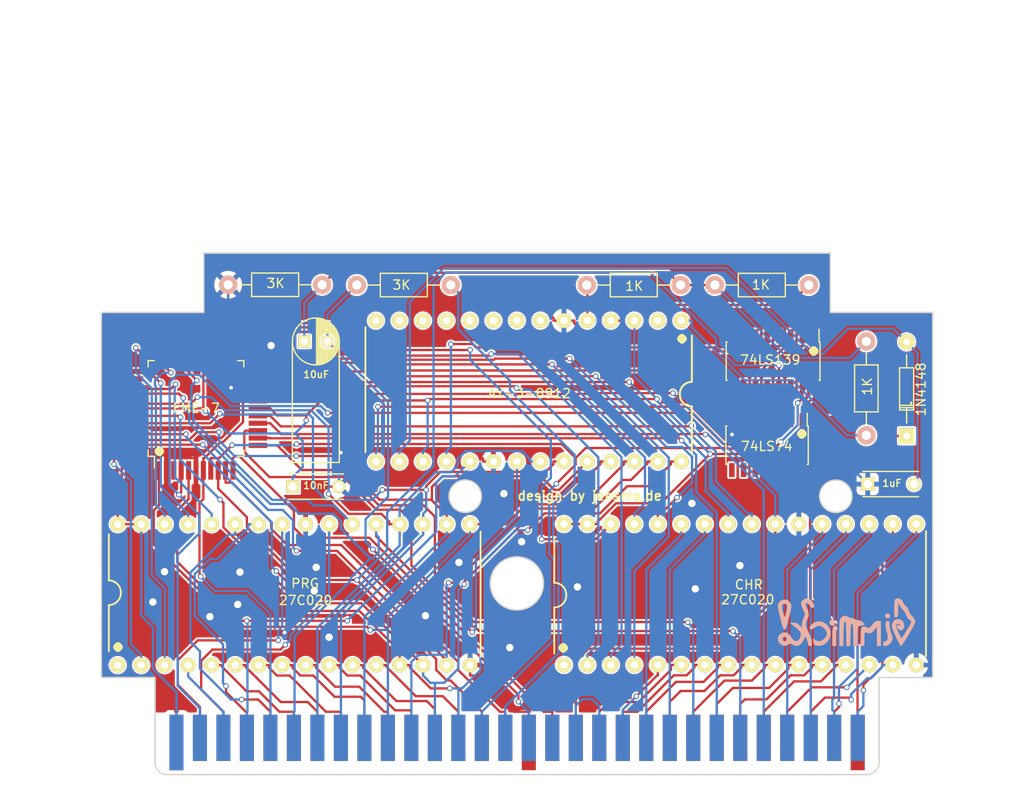
<source format=kicad_pcb>
(kicad_pcb (version 20221018) (generator pcbnew)
  (layers (0 "F.Cu" signal) (31 "B.Cu" signal) (34 "B.Paste" user) (35 "F.Paste" user) (36 "B.SilkS" user "B.Silkscreen") (37 "F.SilkS" user "F.Silkscreen") (38 "B.Mask" user) (39 "F.Mask" user) (44 "Edge.Cuts" user))
  (net 0 "")
  (net 1 "GND")
  (net 2 "+5V")
  (net 3 "Net-(R1-Pad1)")
  (net 4 "Net-(C1-Pad1)")
  (net 5 "Net-(R3-Pad1)")
  (net 6 "Net-(R4-Pad1)")
  (net 7 "Net-(1N4148-Pad2)")
  (net 8 "Net-(U2-Pad11)")
  (net 9 "A")
  (net 10 "B")
  (net 11 "Net-(U3-Pad2)")
  (net 12 "Net-(back1-Pad12)")
  (net 13 "46_EXT_SOUND")
  (net 14 "45_EXT_SOUND")
  (net 15 "32_M2")
  (net 16 "60_PPU_D4")
  (net 17 "59_PPU_D5")
  (net 18 "58_PPU_D6")
  (net 19 "57_PPU_D7")
  (net 20 "19_PPU_A6")
  (net 21 "20_PPU_A5")
  (net 22 "21_PPU_A4")
  (net 23 "22_PPU_A3")
  (net 24 "23_PPU_A2")
  (net 25 "24_PPU_A1")
  (net 26 "25_PPU_A0")
  (net 27 "26_PPU_D0")
  (net 28 "27_PPU_D1")
  (net 29 "28_PPU_D2")
  (net 30 "29_PPU_D3")
  (net 31 "56_PPU_A13")
  (net 32 "55_PPU_A12")
  (net 33 "54_PPU_A11")
  (net 34 "53_PPU_A10")
  (net 35 "52_PPU_A9")
  (net 36 "51_PPU_A8")
  (net 37 "50_PPU_A7")
  (net 38 "44_ROMSEL")
  (net 39 "43_CPU_D0")
  (net 40 "42_CPU_D1")
  (net 41 "41_CPU_D2")
  (net 42 "40_CPU_D3")
  (net 43 "39_CPU_D4")
  (net 44 "38_CPU_D5")
  (net 45 "37_CPU_D6")
  (net 46 "36_CPU_D7")
  (net 47 "35_CPU_A14")
  (net 48 "34_CPU_A13")
  (net 49 "33_CPU_A12")
  (net 50 "A16")
  (net 51 "A15")
  (net 52 "A12")
  (net 53 "18_PPU_A10")
  (net 54 "OE")
  (net 55 "A11")
  (net 56 "A13")
  (net 57 "A14")
  (net 58 "A17")
  (net 59 "17_PPU_RD")
  (net 60 "15_IRQ")
  (net 61 "13_CPU_A0")
  (net 62 "12_CPU_A1")
  (net 63 "11_CPU_A2")
  (net 64 "10_CPU_A3")
  (net 65 "9_CPU_A4")
  (net 66 "8_CPU_A5")
  (net 67 "7_CPU_A6")
  (net 68 "6_CPU_A7")
  (net 69 "5_CPU_A8")
  (net 70 "4_CPU_A9")
  (net 71 "3_CPU_A10")
  (net 72 "2_CPU_A11")
  (net 73 "PRG_CE")
  (net 74 "PRG_A17")
  (net 75 "PRG_A15")
  (net 76 "PRG_A14")
  (net 77 "PRG_A16")
  (net 78 "PRG_A13")
  (net 79 "14_CPU_RW")
  (footprint "Housings_DIP:DIP-28_W15.24mm" (layer "F.Cu") (at 114.95 89.18 -90)
    (fp_text reference "U1" hide)
    (fp_text value "AY-3-8912")
  )
  (footprint "Wire_Pads:famicom_connector_yeah" (layer "F.Cu") (at 134.12 128.32 -90)
    (fp_text reference "front1" hide)
    (fp_text value "-" hide)
  )
  (footprint "Housings_DIP:DIP-32_W15.24mm" (layer "F.Cu") (at 102.25 126.43 90)
    (fp_text reference "CHR")
    (fp_text value "27C020")
  )
  (footprint "Housings_DIP:DIP-32_W15.24mm" (layer "F.Cu") (at 54.01 126.45 90)
    (fp_text reference "PRG")
    (fp_text value "27C020")
  )
  (footprint "Diodes_ThroughHole:Diode_DO-35_SOD27_Horizontal_RM10" (layer "F.Cu") (at 139.31 101.65 90)
    (fp_text reference "1N4148")
    (fp_text value "1N4148" hide)
  )
  (footprint "Resistors_ThroughHole:Resistor_Horizontal_RM10mm" (layer "F.Cu") (at 134.95 101.59 90)
    (fp_text reference "R1" hide)
    (fp_text value "1K")
  )
  (footprint "Resistors_ThroughHole:Resistor_Horizontal_RM10mm" (layer "F.Cu") (at 90.02 85.33 180)
    (fp_text reference "R2" hide)
    (fp_text value "3K")
  )
  (footprint "Resistors_ThroughHole:Resistor_Horizontal_RM10mm" (layer "F.Cu") (at 128.73 85.33 180)
    (fp_text reference "R3" hide)
    (fp_text value "1K")
  )
  (footprint "Resistors_ThroughHole:Resistor_Horizontal_RM10mm" (layer "F.Cu") (at 104.72 85.33)
    (fp_text reference "R4" hide)
    (fp_text value "1K")
  )
  (footprint "Resistors_ThroughHole:Resistor_Horizontal_RM10mm" (layer "F.Cu") (at 76.11 85.3 180)
    (fp_text reference "R5" hide)
    (fp_text value "3K")
  )
  (footprint "Capacitors_ThroughHole:C_Disc_D6_P5" (layer "F.Cu") (at 135.1 106.86)
    (fp_text reference "1uF")
    (fp_text value "1uF")
  )
  (footprint "Capacitors_ThroughHole:C_Radial_D5_L11_P2.5" (layer "F.Cu") (at 74.18 91.43)
    (fp_text reference "C1" hide)
    (fp_text value "CP" hide)
  )
  (footprint "gimmick:TQFP-44_SUNSOFT" (layer "F.Cu") (at 62.47 98.68 90)
    (fp_text reference "IC1" hide)
    (fp_text value "FME-7")
  )
  (footprint "Housings_SOIC:SOIC-16_3.9x9.9mm_Pitch1.27mm" (layer "F.Cu") (at 124.87 93.57 -90)
    (fp_text reference "U2" hide)
    (fp_text value "74LS139")
  )
  (footprint "Housings_SOIC:SOIC-14_3.9x8.7mm_Pitch1.27mm" (layer "F.Cu") (at 124.22 102.65 -90)
    (fp_text reference "U3" hide)
    (fp_text value "74LS74")
  )
  (footprint "Capacitors_ThroughHole:C_Disc_D6_P5" (layer "F.Cu") (at 72.92 107.13)
    (fp_text reference "10nF")
    (fp_text value "56pF")
  )
  (footprint "gimmick:connectorkiller" (layer "F.Cu") (at 96.31 127.11)
    (fp_text reference "REF**" hide)
    (fp_text value "1pin" hide)
  )
  (footprint "gimmick:viastitch" (layer "F.Cu") (at 103.71 117.99)
    (fp_text reference "Ref**" hide)
    (fp_text value "Val**" hide)
  )
  (footprint "gimmick:viastitch" (layer "F.Cu") (at 116.46 118.2)
    (fp_text reference "Ref**" hide)
    (fp_text value "Val**" hide)
  )
  (footprint "gimmick:viastitch" (layer "F.Cu") (at 121.28 115.68)
    (fp_text reference "Ref**" hide)
    (fp_text value "Val**" hide)
  )
  (footprint "gimmick:viastitch" (layer "F.Cu") (at 87.28 121.1)
    (fp_text reference "Ref**" hide)
    (fp_text value "Val**" hide)
  )
  (footprint "gimmick:viastitch" (layer "F.Cu") (at 75.47 115.87)
    (fp_text reference "Ref**" hide)
    (fp_text value "Val**" hide)
  )
  (footprint "gimmick:viastitch" (layer "F.Cu") (at 63.97 121.21)
    (fp_text reference "Ref**" hide)
    (fp_text value "Val**" hide)
  )
  (footprint "gimmick:viastitch" (layer "F.Cu") (at 66.98 119.89)
    (fp_text reference "Ref**" hide)
    (fp_text value "Val**" hide)
  )
  (footprint "gimmick:viastitch" (layer "F.Cu") (at 67.22 116.39)
    (fp_text reference "Ref**" hide)
    (fp_text value "Val**" hide)
  )
  (footprint "gimmick:viastitch" (layer "F.Cu") (at 97.68 113.1)
    (fp_text reference "Ref**" hide)
    (fp_text value "Val**" hide)
  )
  (footprint "gimmick:viastitch" (layer "F.Cu") (at 96.4 124.55)
    (fp_text reference "Ref**" hide)
    (fp_text value "Val**" hide)
  )
  (footprint "gimmick:viastitch" (layer "F.Cu") (at 57.81 119.62)
    (fp_text reference "Ref**" hide)
    (fp_text value "Val**" hide)
  )
  (footprint "gimmick:viastitch" (layer "F.Cu") (at 116.09 108.95)
    (fp_text reference "Ref**" hide)
    (fp_text value "Val**" hide)
  )
  (footprint "gimmick:viastitch" (layer "F.Cu") (at 95.76 107.9)
    (fp_text reference "Ref**" hide)
    (fp_text value "Val**" hide)
  )
  (footprint "gimmick:viastitch" (layer "F.Cu") (at 70.59 91.88)
    (fp_text reference "Ref**" hide)
    (fp_text value "Val**" hide)
  )
  (footprint "gimmick:viastitch" (layer "F.Cu") (at 59.07 116.34)
    (fp_text reference "Ref**" hide)
    (fp_text value "Val**" hide)
  )
  (footprint "gimmick:viastitch" (layer "F.Cu") (at 75.26 118.42)
    (fp_text reference "Ref**" hide)
    (fp_text value "Val**" hide)
  )
  (footprint "gimmick:viastitch" (layer "F.Cu") (at 76.86 123.43)
    (fp_text reference "Ref**" hide)
    (fp_text value "Val**" hide)
  )
  (footprint "gimmick:viastitch" (layer "F.Cu") (at 90.9 115.34)
    (fp_text reference "Ref**" hide)
    (fp_text value "Val**" hide)
  )
  (footprint "Wire_Pads:famicom_connector_yeah" (layer "B.Cu") (at 134.12 140.32 90)
    (fp_text reference "back1" hide)
    (fp_text value "-" hide)
  )
  (footprint "Desktop:654" (layer "B.Cu") (at 132.8 122.1 180)
    (fp_text reference "G***" hide)
    (fp_text value "LOGO" hide)
  )
  (gr_line (start 77.96 91.44) (end 77.96 104.52) (stroke (width 0.15)) (layer "F.SilkS"))
  (gr_arc (start 116.085 98.465) (mid 115.161619 98.074239) (end 114.785 97.145) (stroke (width 0.2)) (layer "F.SilkS"))
  (gr_arc (start 114.785 97.125) (mid 115.161619 96.195761) (end 116.085 95.805) (stroke (width 0.2)) (layer "F.SilkS"))
  (gr_line (start 116.085 90.805) (end 116.085 95.805) (stroke (width 0.2)) (layer "F.SilkS"))
  (gr_line (start 53.05 124.95) (end 53.05 119.95) (stroke (width 0.2)) (layer "F.SilkS"))
  (gr_line (start 53.05 117.29) (end 53.05 112.29) (stroke (width 0.2)) (layer "F.SilkS"))
  (gr_arc (start 54.35 118.63) (mid 53.973381 119.559239) (end 53.05 119.95) (stroke (width 0.2)) (layer "F.SilkS"))
  (gr_arc (start 53.05 117.29) (mid 53.973381 117.680761) (end 54.35 118.61) (stroke (width 0.2)) (layer "F.SilkS"))
  (gr_line (start 101.21 125.21) (end 101.21 120.21) (stroke (width 0.2)) (layer "F.SilkS"))
  (gr_line (start 101.21 117.54) (end 101.21 112.54) (stroke (width 0.2)) (layer "F.SilkS"))
  (gr_arc (start 102.51 118.89) (mid 102.133381 119.819239) (end 101.21 120.21) (stroke (width 0.2)) (layer "F.SilkS"))
  (gr_arc (start 101.21 117.54) (mid 102.133381 117.930761) (end 102.51 118.86) (stroke (width 0.2)) (layer "F.SilkS"))
  (gr_line (start 80.79 89.89) (end 80.79 103.42) (stroke (width 0.2)) (layer "F.SilkS"))
  (gr_line (start 93.24 112) (end 93.24 125.53) (stroke (width 0.2)) (layer "F.SilkS"))
  (gr_line (start 116.085 90.805) (end 116.085 95.805) (stroke (width 0.2)) (layer "F.SilkS"))
  (gr_line (start 116.085 98.465) (end 116.085 103.465) (stroke (width 0.2)) (layer "F.SilkS"))
  (gr_arc (start 114.785 97.125) (mid 115.161619 96.195761) (end 116.085 95.805) (stroke (width 0.2)) (layer "F.SilkS"))
  (gr_arc (start 116.085 98.465) (mid 115.161619 98.074239) (end 114.785 97.145) (stroke (width 0.2)) (layer "F.SilkS"))
  (gr_line (start 72.89 104.52) (end 77.96 104.52) (stroke (width 0.15)) (layer "F.SilkS"))
  (gr_line (start 139.79 98.02) (end 139.79 98.28) (stroke (width 0.2)) (layer "F.SilkS"))
  (gr_line (start 116.085 98.465) (end 116.085 103.465) (stroke (width 0.2)) (layer "F.SilkS"))
  (gr_line (start 141.4 111.95) (end 141.4 125.48) (stroke (width 0.2)) (layer "F.SilkS"))
  (gr_line (start 72.89 91.44) (end 72.89 104.52) (stroke (width 0.15)) (layer "F.SilkS"))
  (gr_arc (start 59.37 138.29) (mid 58.429548 137.900452) (end 58.04 136.96) (stroke (width 0.15)) (layer "Edge.Cuts"))
  (gr_circle (center 131.65 108.18) (end 130.6 106.78) (stroke (width 0.15)) (fill none) (layer "Edge.Cuts"))
  (gr_line (start 131.05 88.29) (end 131.05 81.87) (stroke (width 0.15)) (layer "Edge.Cuts"))
  (gr_arc (start 136.33 136.96) (mid 135.940452 137.900452) (end 135 138.29) (stroke (width 0.15)) (layer "Edge.Cuts"))
  (gr_line (start 142.13 127.79) (end 136.33 127.79) (stroke (width 0.15)) (layer "Edge.Cuts"))
  (gr_line (start 63.32 88.29) (end 63.32 81.87) (stroke (width 0.15)) (layer "Edge.Cuts"))
  (gr_line (start 142.13 127.79) (end 142.13 88.29) (stroke (width 0.15)) (layer "Edge.Cuts"))
  (gr_line (start 52.24 127.79) (end 58.04 127.79) (stroke (width 0.15)) (layer "Edge.Cuts"))
  (gr_line (start 136.33 136.96) (end 136.33 127.79) (stroke (width 0.15)) (layer "Edge.Cuts"))
  (gr_circle (center 91.58 108.18) (end 90.53 106.78) (stroke (width 0.15)) (fill none) (layer "Edge.Cuts"))
  (gr_line (start 63.32 88.29) (end 52.24 88.29) (stroke (width 0.15)) (layer "Edge.Cuts"))
  (gr_line (start 131.05 81.87) (end 63.32 81.87) (stroke (width 0.15)) (layer "Edge.Cuts"))
  (gr_line (start 58.04 136.96) (end 58.04 127.79) (stroke (width 0.15)) (layer "Edge.Cuts"))
  (gr_line (start 142.13 88.29) (end 131.05 88.29) (stroke (width 0.15)) (layer "Edge.Cuts"))
  (gr_line (start 59.37 138.29) (end 135 138.29) (stroke (width 0.15)) (layer "Edge.Cuts"))
  (gr_line (start 52.24 127.79) (end 52.24 88.29) (stroke (width 0.15)) (layer "Edge.Cuts"))
  (gr_circle (center 97.17 117.61) (end 95.47 115.29) (stroke (width 0.15)) (fill none) (layer "Edge.Cuts"))
  (gr_text "." (at 54.04 123.29) (layer "F.SilkS") (effects (font (size 3 3) (thickness 0.75))))
  (gr_text "." (at 102.18 123.38) (layer "F.SilkS") (effects (font (size 3 3) (thickness 0.75))))
  (gr_text "." (at 115.02 92.35 180) (layer "F.SilkS") (effects (font (size 3 3) (thickness 0.75))))
  (gr_text "10uF" (at 75.47 95.01) (layer "F.SilkS") (effects (font (size 0.75 0.75))))
  (gr_text "." (at 58.51 102.11) (layer "F.SilkS") (effects (font (size 3 3) (thickness 0.75))))
  (gr_text "design by jensma.de" (at 105.04 108.13) (layer "F.SilkS") (effects (font (size 1 1) (thickness 0.2))))
  (gr_text "." (at 127.98 100.22) (layer "F.SilkS") (effects (font (size 3 3) (thickness 0.75))))
  (gr_text "." (at 129.26 91.26) (layer "F.SilkS") (effects (font (size 3 3) (thickness 0.75))))
  (segment (start 129.315 89.325) (end 128.636 88.646) (width 0.25) (layer "F.Cu") (net 1))
  (segment (start 128.636 88.646) (end 119.945 88.646) (width 0.25) (layer "F.Cu") (net 1))
  (segment (start 140.4825 102.6399) (end 136.2624 106.86) (width 0.25) (layer "F.Cu") (net 1))
  (segment (start 101.1247 88.8987) (end 101.1247 89.18) (width 0.25) (layer "F.Cu") (net 1))
  (segment (start 65.95 85.3) (end 65.95 87.5813) (width 0.25) (layer "F.Cu") (net 1))
  (segment (start 62.47 104.0547) (end 59.27 104.0547) (width 0.25) (layer "F.Cu") (net 1))
  (segment (start 93.5047 104.42) (end 93.5047 104.1387) (width 0.25) (layer "F.Cu") (net 1))
  (segment (start 74.33 109.5127) (end 74.33 110.0847) (width 0.25) (layer "F.Cu") (net 1))
  (segment (start 129.315 89.7947) (end 129.315 89.325) (width 0.25) (layer "F.Cu") (net 1))
  (segment (start 92.11 127.5753) (end 92.954 127.5753) (width 0.25) (layer "F.Cu") (net 1))
  (segment (start 65.2109 101.8724) (end 66.2718 100.8115) (width 0.25) (layer "F.Cu") (net 1))
  (segment (start 102.25 89.18) (end 101.1247 89.18) (width 0.25) (layer "F.Cu") (net 1))
  (segment (start 60.36 129.3723) (end 60.36 134.82) (width 0.25) (layer "F.Cu") (net 1))
  (segment (start 103.3753 89.18) (end 103.3753 89.4613) (width 0.25) (layer "F.Cu") (net 1))
  (segment (start 78.3097 103.273) (end 78.1338 103.4489) (width 0.25) (layer "F.Cu") (net 1))
  (segment (start 138.5306 98.6952) (end 140.4825 100.6471) (width 0.25) (layer "F.Cu") (net 1))
  (segment (start 120.41 101.0253) (end 120.41 101.4983) (width 0.25) (layer "F.Cu") (net 1))
  (segment (start 65.95 87.5813) (end 62.8766 90.6547) (width 0.25) (layer "F.Cu") (net 1))
  (segment (start 102.25 89.18) (end 103.3753 89.18) (width 0.25) (layer "F.Cu") (net 1))
  (segment (start 96.8734 131.4947) (end 98.46 131.4947) (width 0.25) (layer "F.Cu") (net 1))
  (segment (start 104.694 90.78) (end 115.5639 90.78) (width 0.25) (layer "F.Cu") (net 1))
  (segment (start 59.27 105.38) (end 59.27 104.0547) (width 0.25) (layer "F.Cu") (net 1))
  (segment (start 120.425 90.755) (end 120.425 90.87) (width 0.25) (layer "F.Cu") (net 1))
  (segment (start 57.9007 126.913) (end 60.36 129.3723) (width 0.25) (layer "F.Cu") (net 1))
  (segment (start 65.95 87.5813) (end 99.8073 87.5813) (width 0.25) (layer "F.Cu") (net 1))
  (segment (start 119.945 88.646) (end 120.425 89.126) (width 0.25) (layer "F.Cu") (net 1))
  (segment (start 74.33 111.21) (end 74.33 110.0847) (width 0.25) (layer "F.Cu") (net 1))
  (segment (start 92.954 127.5753) (end 96.8734 131.4947) (width 0.25) (layer "F.Cu") (net 1))
  (segment (start 99.8073 87.5813) (end 101.1247 88.8987) (width 0.25) (layer "F.Cu") (net 1))
  (segment (start 57.9007 126.013) (end 57.9007 126.913) (width 0.25) (layer "F.Cu") (net 1))
  (segment (start 92.11 126.45) (end 92.11 127.5753) (width 0.25) (layer "F.Cu") (net 1))
  (segment (start 136.2624 106.86) (end 139.0061 109.6037) (width 0.25) (layer "F.Cu") (net 1))
  (segment (start 136.2624 106.86) (end 135.1 106.86) (width 0.25) (layer "F.Cu") (net 1))
  (segment (start 129.315 92.43) (end 135.5802 98.6952) (width 0.25) (layer "F.Cu") (net 1))
  (segment (start 139.0061 109.6037) (end 139.0061 123.9608) (width 0.25) (layer "F.Cu") (net 1))
  (segment (start 115.5639 90.78) (end 117.6979 88.646) (width 0.25) (layer "F.Cu") (net 1))
  (segment (start 77.92 107.13) (end 76.7127 107.13) (width 0.25) (layer "F.Cu") (net 1))
  (segment (start 63.2987 103.226) (end 63.5747 103.226) (width 0.25) (layer "F.Cu") (net 1))
  (segment (start 76.7127 107.13) (end 74.33 109.5127) (width 0.25) (layer "F.Cu") (net 1))
  (segment (start 140.4825 100.6471) (end 140.4825 102.6399) (width 0.25) (layer "F.Cu") (net 1))
  (segment (start 129.315 90.87) (end 129.315 92.43) (width 0.25) (layer "F.Cu") (net 1))
  (segment (start 120.425 90.755) (end 120.425 89.7947) (width 0.25) (layer "F.Cu") (net 1))
  (segment (start 62.47 105.38) (end 62.47 104.0547) (width 0.25) (layer "F.Cu") (net 1))
  (segment (start 64.9283 101.8724) (end 65.2109 101.8724) (width 0.25) (layer "F.Cu") (net 1))
  (segment (start 62.47 91.98) (end 62.47 90.6547) (width 0.25) (layer "F.Cu") (net 1))
  (segment (start 139.0061 123.9608) (end 140.35 125.3047) (width 0.25) (layer "F.Cu") (net 1))
  (segment (start 120.41 99.95) (end 120.41 101.0253) (width 0.25) (layer "F.Cu") (net 1))
  (segment (start 135.5802 98.6952) (end 138.5306 98.6952) (width 0.25) (layer "F.Cu") (net 1))
  (segment (start 93.5047 104.1387) (end 92.639 103.273) (width 0.25) (layer "F.Cu") (net 1))
  (segment (start 117.6979 88.646) (end 119.945 88.646) (width 0.25) (layer "F.Cu") (net 1))
  (segment (start 120.425 89.126) (end 120.425 89.7947) (width 0.25) (layer "F.Cu") (net 1))
  (segment (start 72.0539 122.9249) (end 60.9888 122.9249) (width 0.25) (layer "F.Cu") (net 1))
  (segment (start 103.3753 89.4613) (end 104.694 90.78) (width 0.25) (layer "F.Cu") (net 1))
  (segment (start 94.63 104.42) (end 93.5047 104.42) (width 0.25) (layer "F.Cu") (net 1))
  (segment (start 140.35 126.43) (end 140.35 125.3047) (width 0.25) (layer "F.Cu") (net 1))
  (segment (start 92.639 103.273) (end 78.3097 103.273) (width 0.25) (layer "F.Cu") (net 1))
  (segment (start 129.315 90.87) (end 129.315 89.7947) (width 0.25) (layer "F.Cu") (net 1))
  (segment (start 66.2718 100.8115) (end 66.2718 96.434) (width 0.25) (layer "F.Cu") (net 1))
  (segment (start 63.5747 103.226) (end 64.9283 101.8724) (width 0.25) (layer "F.Cu") (net 1))
  (segment (start 120.41 101.4983) (end 120.4185 101.5068) (width 0.25) (layer "F.Cu") (net 1))
  (segment (start 62.47 104.0547) (end 63.2987 103.226) (width 0.25) (layer "F.Cu") (net 1))
  (segment (start 60.9888 122.9249) (end 57.9007 126.013) (width 0.25) (layer "F.Cu") (net 1))
  (segment (start 62.8766 90.6547) (end 62.47 90.6547) (width 0.25) (layer "F.Cu") (net 1))
  (segment (start 98.46 134.82) (end 98.46 131.4947) (width 0.25) (layer "F.Cu") (net 1))
  (via (at 66.2718 96.434) (size 0.6) (drill 0.4) (layers "F.Cu" "B.Cu") (net 1))
  (via (at 78.1338 103.4489) (size 0.6) (drill 0.4) (layers "F.Cu" "B.Cu") (net 1))
  (via (at 120.4185 101.5068) (size 0.6) (drill 0.4) (layers "F.Cu" "B.Cu") (net 1))
  (via (at 72.0539 122.9249) (size 0.6) (drill 0.4) (layers "F.Cu" "B.Cu") (net 1))
  (segment (start 74.33 111.21) (end 74.33 120.6488) (width 0.25) (layer "B.Cu") (net 1))
  (segment (start 65.95 96.1122) (end 66.2718 96.434) (width 0.25) (layer "B.Cu") (net 1))
  (segment (start 77.92 99.4843) (end 74.8697 96.434) (width 0.25) (layer "B.Cu") (net 1))
  (segment (start 94.63 111.1994) (end 94.63 105.5453) (width 0.25) (layer "B.Cu") (net 1))
  (segment (start 92.1655 113.6639) (end 94.63 111.1994) (width 0.25) (layer "B.Cu") (net 1))
  (segment (start 74.8697 96.434) (end 66.2718 96.434) (width 0.25) (layer "B.Cu") (net 1))
  (segment (start 131.7635 103.5235) (end 127.65 103.5235) (width 0.25) (layer "B.Cu") (net 1))
  (segment (start 77.92 103.4489) (end 78.1338 103.4489) (width 0.25) (layer "B.Cu") (net 1))
  (segment (start 74.33 120.6488) (end 72.0539 122.9249) (width 0.25) (layer "B.Cu") (net 1))
  (segment (start 127.65 103.5235) (end 127.65 111.19) (width 0.25) (layer "B.Cu") (net 1))
  (segment (start 92.11 125.3247) (end 91.7153 124.93) (width 0.25) (layer "B.Cu") (net 1))
  (segment (start 65.95 85.3) (end 65.95 96.1122) (width 0.25) (layer "B.Cu") (net 1))
  (segment (start 122.4352 103.5235) (end 120.4185 101.5068) (width 0.25) (layer "B.Cu") (net 1))
  (segment (start 92.1655 119.3665) (end 92.1655 113.6639) (width 0.25) (layer "B.Cu") (net 1))
  (segment (start 77.92 103.4489) (end 77.92 99.4843) (width 0.25) (layer "B.Cu") (net 1))
  (segment (start 135.1 106.86) (end 131.7635 103.5235) (width 0.25) (layer "B.Cu") (net 1))
  (segment (start 91.7153 124.93) (end 91.7153 119.8167) (width 0.25) (layer "B.Cu") (net 1))
  (segment (start 127.65 103.5235) (end 122.4352 103.5235) (width 0.25) (layer "B.Cu") (net 1))
  (segment (start 94.63 104.42) (end 94.63 105.5453) (width 0.25) (layer "B.Cu") (net 1))
  (segment (start 91.7153 119.8167) (end 92.1655 119.3665) (width 0.25) (layer "B.Cu") (net 1))
  (segment (start 92.11 126.45) (end 92.11 125.3247) (width 0.25) (layer "B.Cu") (net 1))
  (segment (start 77.92 103.4489) (end 77.92 107.13) (width 0.25) (layer "B.Cu") (net 1))
  (segment (start 128.87 109.3) (end 128.87 119.3) (width 0.25) (layer "F.Cu") (net 2))
  (segment (start 118.0604 103.6086) (end 112.7323 108.9367) (width 0.25) (layer "F.Cu") (net 2))
  (segment (start 74.3973 99.4307) (end 74.3973 99.9643) (width 0.25) (layer "F.Cu") (net 2))
  (segment (start 128.03 102.76) (end 128.03 99.95) (width 0.25) (layer "F.Cu") (net 2))
  (segment (start 126.76 105.35) (end 126.76 103.6046) (width 0.25) (layer "F.Cu") (net 2))
  (segment (start 112.7323 108.9367) (end 107.8997 108.9367) (width 0.25) (layer "F.Cu") (net 2))
  (segment (start 107.8997 108.9367) (end 105.9153 110.9211) (width 0.25) (layer "F.Cu") (net 2))
  (segment (start 130.8018 99.1456) (end 135.6287 99.1456) (width 0.25) (layer "F.Cu") (net 2))
  (segment (start 55.77 98.68) (end 57.0953 98.68) (width 0.25) (layer "F.Cu") (net 2))
  (segment (start 134 124.43) (end 134 134.8) (width 0.25) (layer "F.Cu") (net 2))
  (segment (start 63.27 98.6044) (end 63.27 93.3053) (width 0.25) (layer "F.Cu") (net 2))
  (segment (start 69.17 98.68) (end 70.4953 98.68) (width 0.25) (layer "F.Cu") (net 2))
  (segment (start 71.246 99.4307) (end 74.3973 99.4307) (width 0.25) (layer "F.Cu") (net 2))
  (segment (start 54.01 111.21) (end 54.01 110.6473) (width 0.25) (layer "F.Cu") (net 2))
  (segment (start 70.4953 98.68) (end 71.246 99.4307) (width 0.25) (layer "F.Cu") (net 2))
  (segment (start 128.03 105.35) (end 128.03 108.46) (width 0.25) (layer "F.Cu") (net 2))
  (segment (start 128.03 108.46) (end 128.87 109.3) (width 0.25) (layer "F.Cu") (net 2))
  (segment (start 56.55 111.21) (end 54.01 111.21) (width 0.25) (layer "F.Cu") (net 2))
  (segment (start 128.03 98.6678) (end 129.039 97.6588) (width 0.25) (layer "F.Cu") (net 2))
  (segment (start 63.1968 98.6776) (end 63.27 98.6044) (width 0.25) (layer "F.Cu") (net 2))
  (segment (start 129.315 97.6588) (end 130.8018 99.1456) (width 0.25) (layer "F.Cu") (net 2))
  (segment (start 128.87 119.3) (end 134 124.43) (width 0.25) (layer "F.Cu") (net 2))
  (segment (start 135.6287 99.1456) (end 138.1326 101.6495) (width 0.25) (layer "F.Cu") (net 2))
  (segment (start 129.039 97.6588) (end 129.315 97.6588) (width 0.25) (layer "F.Cu") (net 2))
  (segment (start 128.03 99.95) (end 128.03 98.6678) (width 0.25) (layer "F.Cu") (net 2))
  (segment (start 118.0604 103.6086) (end 118.0644 103.6046) (width 0.25) (layer "F.Cu") (net 2))
  (segment (start 63.1968 98.6776) (end 63.4877 98.9686) (width 0.25) (layer "F.Cu") (net 2))
  (segment (start 104.79 111.19) (end 105.9153 111.19) (width 0.25) (layer "F.Cu") (net 2))
  (segment (start 134 134.8) (end 134.02 134.82) (width 0.25) (layer "F.Cu") (net 2))
  (segment (start 126.76 103.44) (end 127.44 102.76) (width 0.25) (layer "F.Cu") (net 2))
  (segment (start 102.25 111.19) (end 104.79 111.19) (width 0.25) (layer "F.Cu") (net 2))
  (segment (start 129.315 97.6588) (end 129.315 97.3453) (width 0.25) (layer "F.Cu") (net 2))
  (segment (start 139.3075 101.6495) (end 138.1326 101.6495) (width 0.25) (layer "F.Cu") (net 2))
  (segment (start 76.0124 97.8156) (end 87.522 97.8156) (width 0.25) (layer "F.Cu") (net 2))
  (segment (start 57.0953 98.68) (end 63.1944 98.68) (width 0.25) (layer "F.Cu") (net 2))
  (segment (start 126.76 103.6046) (end 126.76 103.44) (width 0.25) (layer "F.Cu") (net 2))
  (segment (start 74.3973 99.4307) (end 76.0124 97.8156) (width 0.25) (layer "F.Cu") (net 2))
  (segment (start 54.4447 98.68) (end 54.4447 109.65) (width 0.25) (layer "F.Cu") (net 2))
  (segment (start 54.4447 109.65) (end 54.01 110.0847) (width 0.25) (layer "F.Cu") (net 2))
  (segment (start 129.315 96.27) (end 129.315 97.3453) (width 0.25) (layer "F.Cu") (net 2))
  (segment (start 87.6719 97.6657) (end 87.522 97.8156) (width 0.25) (layer "F.Cu") (net 2))
  (segment (start 105.9153 110.9211) (end 105.9153 111.19) (width 0.25) (layer "F.Cu") (net 2))
  (segment (start 112.3212 97.6657) (end 87.6719 97.6657) (width 0.25) (layer "F.Cu") (net 2))
  (segment (start 63.27 91.98) (end 63.27 93.3053) (width 0.25) (layer "F.Cu") (net 2))
  (segment (start 128.03 105.35) (end 128.03 102.76) (width 0.25) (layer "F.Cu") (net 2))
  (segment (start 63.1944 98.68) (end 63.1968 98.6776) (width 0.25) (layer "F.Cu") (net 2))
  (segment (start 55.77 98.68) (end 54.4447 98.68) (width 0.25) (layer "F.Cu") (net 2))
  (segment (start 54.01 110.6473) (end 54.01 110.0847) (width 0.25) (layer "F.Cu") (net 2))
  (segment (start 118.0644 103.6046) (end 126.76 103.6046) (width 0.25) (layer "F.Cu") (net 2))
  (segment (start 127.44 102.76) (end 128.03 102.76) (width 0.25) (layer "F.Cu") (net 2))
  (via (at 74.3973 99.9643) (size 0.6) (drill 0.4) (layers "F.Cu" "B.Cu") (net 2))
  (via (at 63.4877 98.9686) (size 0.6) (drill 0.4) (layers "F.Cu" "B.Cu") (net 2))
  (via (at 118.0604 103.6086) (size 0.6) (drill 0.4) (layers "F.Cu" "B.Cu") (net 2))
  (via (at 112.3212 97.6657) (size 0.6) (drill 0.4) (layers "F.Cu" "B.Cu") (net 2))
  (via (at 87.522 97.8156) (size 0.6) (drill 0.4) (layers "F.Cu" "B.Cu") (net 2))
  (segment (start 56.55 112.3353) (end 56.55 121.1104) (width 0.25) (layer "B.Cu") (net 2))
  (segment (start 74.0055 102.2055) (end 73.1901 101.3901) (width 0.25) (layer "B.Cu") (net 2))
  (segment (start 73.1901 101.3901) (end 65.9792 101.3901) (width 0.25) (layer "B.Cu") (net 2))
  (segment (start 72.92 106.1047) (end 74.0055 105.0192) (width 0.25) (layer "B.Cu") (net 2))
  (segment (start 87.522 102.7827) (end 87.522 97.8156) (width 0.25) (layer "B.Cu") (net 2))
  (segment (start 74.0055 105.0192) (end 74.0055 102.2055) (width 0.25) (layer "B.Cu") (net 2))
  (segment (start 56.55 121.1104) (end 57.82 122.3804) (width 0.25) (layer "B.Cu") (net 2))
  (segment (start 57.82 122.3804) (end 57.82 126.8503) (width 0.25) (layer "B.Cu") (net 2))
  (segment (start 112.3212 97.6657) (end 112.3212 97.8694) (width 0.25) (layer "B.Cu") (net 2))
  (segment (start 74.3973 100.1829) (end 74.3973 99.9643) (width 0.25) (layer "B.Cu") (net 2))
  (segment (start 109.87 95.2145) (end 112.3212 97.6657) (width 0.25) (layer "B.Cu") (net 2))
  (segment (start 72.92 107.13) (end 72.92 106.1047) (width 0.25) (layer "B.Cu") (net 2))
  (segment (start 109.87 90.3053) (end 109.87 95.2145) (width 0.25) (layer "B.Cu") (net 2))
  (segment (start 109.87 89.18) (end 109.87 90.3053) (width 0.25) (layer "B.Cu") (net 2))
  (segment (start 56.55 111.21) (end 56.55 112.3353) (width 0.25) (layer "B.Cu") (net 2))
  (segment (start 60.36 129.3903) (end 60.36 134.82) (width 0.25) (layer "B.Cu") (net 2))
  (segment (start 63.5577 98.9686) (end 63.4877 98.9686) (width 0.25) (layer "B.Cu") (net 2))
  (segment (start 65.9792 101.3901) (end 63.5577 98.9686) (width 0.25) (layer "B.Cu") (net 2))
  (segment (start 112.3212 97.8694) (end 118.0604 103.6086) (width 0.25) (layer "B.Cu") (net 2))
  (segment (start 57.82 126.8503) (end 60.36 129.3903) (width 0.25) (layer "B.Cu") (net 2))
  (segment (start 87.01 104.42) (end 87.01 103.2947) (width 0.25) (layer "B.Cu") (net 2))
  (segment (start 73.1901 101.3901) (end 74.3973 100.1829) (width 0.25) (layer "B.Cu") (net 2))
  (segment (start 87.01 103.2947) (end 87.522 102.7827) (width 0.25) (layer "B.Cu") (net 2))
  (segment (start 116.0753 89.18) (end 116.0753 89.9047) (width 0.25) (layer "B.Cu") (net 3))
  (segment (start 121.8049 95.6343) (end 126.9516 95.6343) (width 0.25) (layer "B.Cu") (net 3))
  (segment (start 114.95 89.18) (end 116.0753 89.18) (width 0.25) (layer "B.Cu") (net 3))
  (segment (start 116.0753 89.9047) (end 121.8049 95.6343) (width 0.25) (layer "B.Cu") (net 3))
  (segment (start 126.9516 95.6343) (end 132.9073 101.59) (width 0.25) (layer "B.Cu") (net 3))
  (segment (start 132.9073 101.59) (end 134.95 101.59) (width 0.25) (layer "B.Cu") (net 3))
  (segment (start 76.11 85.3) (end 77.4121 83.9979) (width 0.25) (layer "F.Cu") (net 4))
  (segment (start 118.57 85.33) (end 114.88 85.33) (width 0.25) (layer "F.Cu") (net 4))
  (segment (start 113.5479 83.9979) (end 114.88 85.33) (width 0.25) (layer "F.Cu") (net 4))
  (segment (start 77.4121 83.9979) (end 113.5479 83.9979) (width 0.25) (layer "F.Cu") (net 4))
  (segment (start 126.4486 93.2086) (end 133.1714 93.2086) (width 0.25) (layer "B.Cu") (net 4))
  (segment (start 76.11 85.3) (end 74.18 87.23) (width 0.25) (layer "B.Cu") (net 4))
  (segment (start 74.18 87.23) (end 74.18 91.43) (width 0.25) (layer "B.Cu") (net 4))
  (segment (start 133.1714 93.2086) (end 134.95 91.43) (width 0.25) (layer "B.Cu") (net 4))
  (segment (start 118.57 85.33) (end 126.4486 93.2086) (width 0.25) (layer "B.Cu") (net 4))
  (segment (start 108.4553 88.8986) (end 108.4553 89.18) (width 0.25) (layer "F.Cu") (net 5))
  (segment (start 126.58 87.48) (end 109.8739 87.48) (width 0.25) (layer "F.Cu") (net 5))
  (segment (start 109.8739 87.48) (end 108.4553 88.8986) (width 0.25) (layer "F.Cu") (net 5))
  (segment (start 107.33 89.18) (end 108.4553 89.18) (width 0.25) (layer "F.Cu") (net 5))
  (segment (start 128.73 85.33) (end 126.58 87.48) (width 0.25) (layer "F.Cu") (net 5))
  (segment (start 104.72 85.33) (end 104.79 85.4) (width 0.25) (layer "F.Cu") (net 6))
  (segment (start 104.79 85.4) (end 104.79 89.18) (width 0.25) (layer "F.Cu") (net 6))
  (segment (start 137.8723 90.0543) (end 139.3075 91.4895) (width 0.25) (layer "B.Cu") (net 7))
  (segment (start 89.2753 83.4914) (end 119.8594 83.4914) (width 0.25) (layer "B.Cu") (net 7))
  (segment (start 85.5953 102.1694) (end 85.5953 87.1714) (width 0.25) (layer "B.Cu") (net 7))
  (segment (start 132.9842 90.0543) (end 137.8723 90.0543) (width 0.25) (layer "B.Cu") (net 7))
  (segment (start 129.1263 92.7583) (end 130.2802 92.7583) (width 0.25) (layer "B.Cu") (net 7))
  (segment (start 119.8594 83.4914) (end 129.1263 92.7583) (width 0.25) (layer "B.Cu") (net 7))
  (segment (start 85.5953 87.1714) (end 89.2753 83.4914) (width 0.25) (layer "B.Cu") (net 7))
  (segment (start 84.47 103.2947) (end 85.5953 102.1694) (width 0.25) (layer "B.Cu") (net 7))
  (segment (start 140.4825 106.4775) (end 140.1 106.86) (width 0.25) (layer "B.Cu") (net 7))
  (segment (start 140.4825 92.6645) (end 140.4825 106.4775) (width 0.25) (layer "B.Cu") (net 7))
  (segment (start 139.3075 91.4895) (end 140.4825 92.6645) (width 0.25) (layer "B.Cu") (net 7))
  (segment (start 84.47 104.42) (end 84.47 103.2947) (width 0.25) (layer "B.Cu") (net 7))
  (segment (start 130.2802 92.7583) (end 132.9842 90.0543) (width 0.25) (layer "B.Cu") (net 7))
  (segment (start 122.965 96.27) (end 122.965 95.1947) (width 0.25) (layer "F.Cu") (net 8))
  (segment (start 126.775 90.87) (end 126.775 91.4076) (width 0.25) (layer "F.Cu") (net 8))
  (segment (start 126.2144 91.9453) (end 122.965 95.1947) (width 0.25) (layer "F.Cu") (net 8))
  (segment (start 128.045 91.9453) (end 126.775 91.9453) (width 0.25) (layer "F.Cu") (net 8))
  (segment (start 126.775 91.9453) (end 126.2144 91.9453) (width 0.25) (layer "F.Cu") (net 8))
  (segment (start 128.045 90.87) (end 128.045 91.9453) (width 0.25) (layer "F.Cu") (net 8))
  (segment (start 126.775 91.4076) (end 126.775 91.9453) (width 0.25) (layer "F.Cu") (net 8))
  (segment (start 92.7407 92.0767) (end 92.3745 91.7105) (width 0.25) (layer "F.Cu") (net 9))
  (segment (start 121.695 90.87) (end 121.695 91.9453) (width 0.25) (layer "F.Cu") (net 9))
  (segment (start 118.9593 92.5054) (end 118.5307 92.0768) (width 0.25) (layer "F.Cu") (net 9))
  (segment (start 92.3745 91.7105) (end 90.0505 91.7105) (width 0.25) (layer "F.Cu") (net 9))
  (segment (start 92.7407 92.0768) (end 92.7407 92.0767) (width 0.25) (layer "F.Cu") (net 9))
  (segment (start 90.0505 91.7105) (end 90.0305 91.7305) (width 0.25) (layer "F.Cu") (net 9))
  (segment (start 118.5307 92.0768) (end 92.7407 92.0768) (width 0.25) (layer "F.Cu") (net 9))
  (segment (start 121.695 91.9453) (end 121.1349 92.5054) (width 0.25) (layer "F.Cu") (net 9))
  (segment (start 121.1349 92.5054) (end 118.9593 92.5054) (width 0.25) (layer "F.Cu") (net 9))
  (via (at 90.0305 91.7305) (size 0.6) (drill 0.4) (layers "F.Cu" "B.Cu") (net 9))
  (segment (start 90.0305 102.8142) (end 90.0305 91.7305) (width 0.25) (layer "B.Cu") (net 9))
  (segment (start 89.55 104.42) (end 89.55 103.2947) (width 0.25) (layer "B.Cu") (net 9))
  (segment (start 89.55 103.2947) (end 90.0305 102.8142) (width 0.25) (layer "B.Cu") (net 9))
  (segment (start 122.95 99.95) (end 122.95 101.0253) (width 0.25) (layer "F.Cu") (net 10))
  (segment (start 120.0923 102.0649) (end 120.1595 102.1321) (width 0.25) (layer "F.Cu") (net 10))
  (segment (start 121.8432 102.1321) (end 122.95 101.0253) (width 0.25) (layer "F.Cu") (net 10))
  (segment (start 120.1595 102.1321) (end 121.8432 102.1321) (width 0.25) (layer "F.Cu") (net 10))
  (segment (start 119.6411 102.0649) (end 120.0923 102.0649) (width 0.25) (layer "F.Cu") (net 10))
  (segment (start 116.0677 98.4915) (end 119.6411 102.0649) (width 0.25) (layer "F.Cu") (net 10))
  (segment (start 82.1457 98.4915) (end 116.0677 98.4915) (width 0.25) (layer "F.Cu") (net 10))
  (via (at 82.1457 98.4915) (size 0.6) (drill 0.4) (layers "F.Cu" "B.Cu") (net 10))
  (segment (start 81.93 103.2947) (end 82.1457 103.079) (width 0.25) (layer "B.Cu") (net 10))
  (segment (start 81.93 104.42) (end 81.93 103.2947) (width 0.25) (layer "B.Cu") (net 10))
  (segment (start 82.1457 103.079) (end 82.1457 98.4915) (width 0.25) (layer "B.Cu") (net 10))
  (segment (start 126.76 99.95) (end 126.76 98.5647) (width 0.25) (layer "F.Cu") (net 11))
  (segment (start 121.68 98.5647) (end 126.76 98.5647) (width 0.25) (layer "F.Cu") (net 11))
  (segment (start 121.68 99.95) (end 121.68 98.5647) (width 0.25) (layer "F.Cu") (net 11))
  (segment (start 103.54 130.83) (end 104.24 130.13) (width 0.25) (layer "B.Cu") (net 12))
  (segment (start 104.24 130.13) (end 105.31 130.13) (width 0.25) (layer "B.Cu") (net 12))
  (segment (start 105.31 130.13) (end 106.08 130.9) (width 0.25) (layer "B.Cu") (net 12))
  (segment (start 106.08 130.9) (end 106.08 134.32) (width 0.25) (layer "B.Cu") (net 12))
  (segment (start 103.54 134.32) (end 103.54 130.83) (width 0.25) (layer "B.Cu") (net 12))
  (segment (start 97.3316 129.6661) (end 97.3316 130.3984) (width 0.25) (layer "F.Cu") (net 13))
  (segment (start 81.6028 113.9373) (end 97.3316 129.6661) (width 0.25) (layer "F.Cu") (net 13))
  (via (at 81.6028 113.9373) (size 0.6) (drill 0.4) (layers "F.Cu" "B.Cu") (net 13))
  (via (at 97.3316 130.3984) (size 0.6) (drill 0.4) (layers "F.Cu" "B.Cu") (net 13))
  (segment (start 80.807 110.6677) (end 80.807 113.1415) (width 0.25) (layer "B.Cu") (net 13))
  (segment (start 98.46 131.4947) (end 98.4279 131.4947) (width 0.25) (layer "B.Cu") (net 13))
  (segment (start 76.68 91.43) (end 76.68 88.51) (width 0.25) (layer "B.Cu") (net 13))
  (segment (start 83.2396 97.9896) (end 83.2396 108.2351) (width 0.25) (layer "B.Cu") (net 13))
  (segment (start 98.4279 131.4947) (end 97.3316 130.3984) (width 0.25) (layer "B.Cu") (net 13))
  (segment (start 76.68 88.51) (end 79.86 85.33) (width 0.25) (layer "B.Cu") (net 13))
  (segment (start 76.68 91.43) (end 83.2396 97.9896) (width 0.25) (layer "B.Cu") (net 13))
  (segment (start 80.807 113.1415) (end 81.6028 113.9373) (width 0.25) (layer "B.Cu") (net 13))
  (segment (start 98.46 134.32) (end 98.46 131.4947) (width 0.25) (layer "B.Cu") (net 13))
  (segment (start 83.2396 108.2351) (end 80.807 110.6677) (width 0.25) (layer "B.Cu") (net 13))
  (segment (start 101.1101 112.9719) (end 101.6639 113.5257) (width 0.25) (layer "B.Cu") (net 14))
  (segment (start 90.02 85.33) (end 90.82 86.13) (width 0.25) (layer "B.Cu") (net 14))
  (segment (start 101.6639 113.5257) (end 101.6639 125.1799) (width 0.25) (layer "B.Cu") (net 14))
  (segment (start 96.4239 95.6933) (end 96.4239 96.7094) (width 0.25) (layer "B.Cu") (net 14))
  (segment (start 103.4069 103.6924) (end 103.4069 106.7436) (width 0.25) (layer "B.Cu") (net 14))
  (segment (start 103.4069 106.7436) (end 101.1101 109.0404) (width 0.25) (layer "B.Cu") (net 14))
  (segment (start 101.1101 109.0404) (end 101.1101 112.9719) (width 0.25) (layer "B.Cu") (net 14))
  (segment (start 90.82 90.0894) (end 96.4239 95.6933) (width 0.25) (layer "B.Cu") (net 14))
  (segment (start 90.82 86.13) (end 90.82 90.0894) (width 0.25) (layer "B.Cu") (net 14))
  (segment (start 101.6639 125.1799) (end 95.92 130.9238) (width 0.25) (layer "B.Cu") (net 14))
  (segment (start 96.4239 96.7094) (end 103.4069 103.6924) (width 0.25) (layer "B.Cu") (net 14))
  (segment (start 95.92 130.9238) (end 95.92 134.32) (width 0.25) (layer "B.Cu") (net 14))
  (segment (start 119.9729 102.5824) (end 119.9057 102.5152) (width 0.25) (layer "F.Cu") (net 15))
  (segment (start 119.4545 102.5152) (end 116.0971 99.1578) (width 0.25) (layer "F.Cu") (net 15))
  (segment (start 76.709 99.1578) (end 76.709 99.1577) (width 0.25) (layer "F.Cu") (net 15))
  (segment (start 125.49 101.0253) (end 123.9329 102.5824) (width 0.25) (layer "F.Cu") (net 15))
  (segment (start 116.0971 99.1578) (end 76.709 99.1578) (width 0.25) (layer "F.Cu") (net 15))
  (segment (start 123.9329 102.5824) (end 119.9729 102.5824) (width 0.25) (layer "F.Cu") (net 15))
  (segment (start 125.49 99.95) (end 125.49 101.0253) (width 0.25) (layer "F.Cu") (net 15))
  (segment (start 60.87 105.38) (end 60.87 107.7618) (width 0.25) (layer "F.Cu") (net 15))
  (segment (start 60.87 107.7618) (end 60.6185 108.0133) (width 0.25) (layer "F.Cu") (net 15))
  (segment (start 119.9057 102.5152) (end 119.4545 102.5152) (width 0.25) (layer "F.Cu") (net 15))
  (via (at 60.6185 108.0133) (size 0.6) (drill 0.4) (layers "F.Cu" "B.Cu") (net 15))
  (via (at 76.709 99.1577) (size 0.6) (drill 0.4) (layers "F.Cu" "B.Cu") (net 15))
  (segment (start 62.9 131.1101) (end 60.4903 128.7004) (width 0.25) (layer "B.Cu") (net 15))
  (segment (start 66.2273 98.4242) (end 75.9755 98.4242) (width 0.25) (layer "B.Cu") (net 15))
  (segment (start 62.9 134.32) (end 62.9 131.1101) (width 0.25) (layer "B.Cu") (net 15))
  (segment (start 59.6293 107.0241) (end 59.6293 95.7957) (width 0.25) (layer "B.Cu") (net 15))
  (segment (start 75.9755 98.4242) (end 76.709 99.1577) (width 0.25) (layer "B.Cu") (net 15))
  (segment (start 60.4338 95.0252) (end 62.8283 95.0252) (width 0.25) (layer "B.Cu") (net 15))
  (segment (start 59.6293 95.7957) (end 59.9878 95.4372) (width 0.25) (layer "B.Cu") (net 15))
  (segment (start 60.6185 108.0133) (end 59.6293 107.0241) (width 0.25) (layer "B.Cu") (net 15))
  (segment (start 60.0218 95.4372) (end 60.4338 95.0252) (width 0.25) (layer "B.Cu") (net 15))
  (segment (start 62.814 110.2088) (end 60.6185 108.0133) (width 0.25) (layer "B.Cu") (net 15))
  (segment (start 60.4903 128.7004) (end 60.4903 114.5312) (width 0.25) (layer "B.Cu") (net 15))
  (segment (start 59.9878 95.4372) (end 60.0218 95.4372) (width 0.25) (layer "B.Cu") (net 15))
  (segment (start 60.4903 114.5312) (end 62.814 112.2075) (width 0.25) (layer "B.Cu") (net 15))
  (segment (start 62.814 112.2075) (end 62.814 110.2088) (width 0.25) (layer "B.Cu") (net 15))
  (segment (start 62.8283 95.0252) (end 66.2273 98.4242) (width 0.25) (layer "B.Cu") (net 15))
  (segment (start 134.6298 128.5683) (end 134.6298 129.1743) (width 0.25) (layer "F.Cu") (net 16))
  (segment (start 137.81 111.19) (end 137.81 112.3153) (width 0.25) (layer "F.Cu") (net 16))
  (segment (start 137.81 112.3153) (end 136.6847 113.4406) (width 0.25) (layer "F.Cu") (net 16))
  (segment (start 136.6847 113.4406) (end 136.6847 126.6073) (width 0.25) (layer "F.Cu") (net 16))
  (segment (start 135.407 127.885) (end 135.3131 127.885) (width 0.25) (layer "F.Cu") (net 16))
  (segment (start 135.3131 127.885) (end 134.6298 128.5683) (width 0.25) (layer "F.Cu") (net 16))
  (segment (start 136.6847 126.6073) (end 135.407 127.885) (width 0.25) (layer "F.Cu") (net 16))
  (via (at 134.6298 129.1743) (size 0.6) (drill 0.4) (layers "F.Cu" "B.Cu") (net 16))
  (segment (start 134.02 131.4947) (end 134.6298 130.8849) (width 0.25) (layer "B.Cu") (net 16))
  (segment (start 134.6298 130.8849) (end 134.6298 129.1743) (width 0.25) (layer "B.Cu") (net 16))
  (segment (start 134.02 134.32) (end 134.02 131.4947) (width 0.25) (layer "B.Cu") (net 16))
  (segment (start 135.27 112.3153) (end 131.46 116.1253) (width 0.25) (layer "B.Cu") (net 17))
  (segment (start 131.46 116.1253) (end 131.46 130.0257) (width 0.25) (layer "B.Cu") (net 17))
  (segment (start 135.27 111.19) (end 135.27 112.3153) (width 0.25) (layer "B.Cu") (net 17))
  (segment (start 131.283 131.2977) (end 131.48 131.4947) (width 0.25) (layer "B.Cu") (net 17))
  (segment (start 131.48 134.32) (end 131.48 131.4947) (width 0.25) (layer "B.Cu") (net 17))
  (segment (start 131.46 130.0257) (end 131.283 130.2027) (width 0.25) (layer "B.Cu") (net 17))
  (segment (start 131.283 130.2027) (end 131.283 131.2977) (width 0.25) (layer "B.Cu") (net 17))
  (segment (start 132.73 111.19) (end 132.73 112.3153) (width 0.25) (layer "B.Cu") (net 18))
  (segment (start 132.73 112.3153) (end 128.94 116.1053) (width 0.25) (layer "B.Cu") (net 18))
  (segment (start 128.94 116.1053) (end 128.94 134.32) (width 0.25) (layer "B.Cu") (net 18))
  (segment (start 126.4 116.1053) (end 126.4 134.32) (width 0.25) (layer "B.Cu") (net 19))
  (segment (start 130.19 111.19) (end 130.19 112.3153) (width 0.25) (layer "B.Cu") (net 19))
  (segment (start 130.19 112.3153) (end 126.4 116.1053) (width 0.25) (layer "B.Cu") (net 19))
  (segment (start 114.95 126.43) (end 113.8247 126.43) (width 0.25) (layer "F.Cu") (net 20))
  (segment (start 113.8247 126.9566) (end 113.8247 126.43) (width 0.25) (layer "F.Cu") (net 20))
  (segment (start 106.08 134.32) (end 106.08 131.4947) (width 0.25) (layer "F.Cu") (net 20))
  (segment (start 107.1351 130.4396) (end 110.3417 130.4396) (width 0.25) (layer "F.Cu") (net 20))
  (segment (start 106.08 131.4947) (end 107.1351 130.4396) (width 0.25) (layer "F.Cu") (net 20))
  (segment (start 110.3417 130.4396) (end 113.8247 126.9566) (width 0.25) (layer "F.Cu") (net 20))
  (segment (start 110.1961 131.4947) (end 114.1355 127.5553) (width 0.25) (layer "F.Cu") (net 21))
  (segment (start 117.49 126.43) (end 116.3647 126.43) (width 0.25) (layer "F.Cu") (net 21))
  (segment (start 108.62 131.4947) (end 110.1961 131.4947) (width 0.25) (layer "F.Cu") (net 21))
  (segment (start 108.62 134.32) (end 108.62 131.4947) (width 0.25) (layer "F.Cu") (net 21))
  (segment (start 116.3647 126.7114) (end 116.3647 126.43) (width 0.25) (layer "F.Cu") (net 21))
  (segment (start 114.1355 127.5553) (end 115.5208 127.5553) (width 0.25) (layer "F.Cu") (net 21))
  (segment (start 115.5208 127.5553) (end 116.3647 126.7114) (width 0.25) (layer "F.Cu") (net 21))
  (segment (start 111.16 131.48) (end 114.38 128.26) (width 0.25) (layer "F.Cu") (net 22))
  (segment (start 114.38 128.26) (end 117.3561 128.26) (width 0.25) (layer "F.Cu") (net 22))
  (segment (start 117.3561 128.26) (end 118.9047 126.7114) (width 0.25) (layer "F.Cu") (net 22))
  (segment (start 111.16 131.4947) (end 111.16 131.48) (width 0.25) (layer "F.Cu") (net 22))
  (segment (start 118.9047 126.43) (end 118.9047 126.7114) (width 0.25) (layer "F.Cu") (net 22))
  (segment (start 111.16 134.32) (end 111.16 131.4947) (width 0.25) (layer "F.Cu") (net 22))
  (segment (start 118.9047 126.43) (end 120.03 126.43) (width 0.25) (layer "F.Cu") (net 22))
  (segment (start 119.1447 127.5553) (end 117.45 129.25) (width 0.25) (layer "F.Cu") (net 23))
  (segment (start 117.45 129.25) (end 114.87 129.25) (width 0.25) (layer "F.Cu") (net 23))
  (segment (start 114.87 129.25) (end 113.7 130.42) (width 0.25) (layer "F.Cu") (net 23))
  (segment (start 113.7 130.42) (end 113.7 134.32) (width 0.25) (layer "F.Cu") (net 23))
  (segment (start 120.6008 127.5553) (end 121.4447 126.7114) (width 0.25) (layer "F.Cu") (net 23))
  (segment (start 113.7 134.32) (end 113.7 133.1311) (width 0.25) (layer "F.Cu") (net 23))
  (segment (start 121.4447 126.7114) (end 121.4447 126.43) (width 0.25) (layer "F.Cu") (net 23))
  (segment (start 119.2758 127.5553) (end 119.1447 127.5553) (width 0.25) (layer "F.Cu") (net 23))
  (segment (start 122.57 126.43) (end 121.4447 126.43) (width 0.25) (layer "F.Cu") (net 23))
  (segment (start 119.2758 127.5553) (end 120.6008 127.5553) (width 0.25) (layer "F.Cu") (net 23))
  (segment (start 123.9847 126.7113) (end 123.9847 126.43) (width 0.25) (layer "F.Cu") (net 24))
  (segment (start 116.24 131.4947) (end 119.6094 128.1253) (width 0.25) (layer "F.Cu") (net 24))
  (segment (start 125.11 126.43) (end 123.9847 126.43) (width 0.25) (layer "F.Cu") (net 24))
  (segment (start 116.24 134.32) (end 116.24 131.4947) (width 0.25) (layer "F.Cu") (net 24))
  (segment (start 122.5707 128.1253) (end 123.9847 126.7113) (width 0.25) (layer "F.Cu") (net 24))
  (segment (start 119.6094 128.1253) (end 122.5707 128.1253) (width 0.25) (layer "F.Cu") (net 24))
  (segment (start 126.5247 126.8253) (end 124.43 128.92) (width 0.25) (layer "F.Cu") (net 25))
  (segment (start 124.43 128.92) (end 120.52 128.92) (width 0.25) (layer "F.Cu") (net 25))
  (segment (start 120.52 128.92) (end 118.78 130.66) (width 0.25) (layer "F.Cu") (net 25))
  (segment (start 118.78 130.66) (end 118.78 131.4947) (width 0.25) (layer "F.Cu") (net 25))
  (segment (start 118.78 134.32) (end 118.78 131.4947) (width 0.25) (layer "F.Cu") (net 25))
  (segment (start 126.5247 126.7114) (end 126.5247 126.8253) (width 0.25) (layer "F.Cu") (net 25))
  (segment (start 126.5247 126.43) (end 127.65 126.43) (width 0.25) (layer "F.Cu") (net 25))
  (segment (start 126.5247 126.43) (end 126.5247 126.7114) (width 0.25) (layer "F.Cu") (net 25))
  (segment (start 126.7547 127.5553) (end 124.15 130.16) (width 0.25) (layer "F.Cu") (net 26))
  (segment (start 124.15 130.16) (end 121.81 130.16) (width 0.25) (layer "F.Cu") (net 26))
  (segment (start 121.81 130.16) (end 121.32 130.65) (width 0.25) (layer "F.Cu") (net 26))
  (segment (start 121.32 130.65) (end 121.32 134.32) (width 0.25) (layer "F.Cu") (net 26))
  (segment (start 128.2208 127.5553) (end 126.886 127.5553) (width 0.25) (layer "F.Cu") (net 26))
  (segment (start 121.32 133.1213) (end 121.32 134.32) (width 0.25) (layer "F.Cu") (net 26))
  (segment (start 126.886 127.5553) (end 126.7547 127.5553) (width 0.25) (layer "F.Cu") (net 26))
  (segment (start 129.0647 126.43) (end 129.0647 126.7114) (width 0.25) (layer "F.Cu") (net 26))
  (segment (start 130.19 126.43) (end 129.0647 126.43) (width 0.25) (layer "F.Cu") (net 26))
  (segment (start 129.0647 126.7114) (end 128.2208 127.5553) (width 0.25) (layer "F.Cu") (net 26))
  (segment (start 123.86 134.32) (end 123.86 131.4947) (width 0.25) (layer "F.Cu") (net 27))
  (segment (start 131.6047 126.6449) (end 130.038 128.2116) (width 0.25) (layer "F.Cu") (net 27))
  (segment (start 132.73 126.43) (end 131.6047 126.43) (width 0.25) (layer "F.Cu") (net 27))
  (segment (start 127.1431 128.2116) (end 123.86 131.4947) (width 0.25) (layer "F.Cu") (net 27))
  (segment (start 130.038 128.2116) (end 127.1431 128.2116) (width 0.25) (layer "F.Cu") (net 27))
  (segment (start 131.6047 126.43) (end 131.6047 126.6449) (width 0.25) (layer "F.Cu") (net 27))
  (segment (start 126.4 131.4947) (end 129.0422 128.8525) (width 0.25) (layer "F.Cu") (net 28))
  (segment (start 129.0422 128.8525) (end 132.8374 128.8525) (width 0.25) (layer "F.Cu") (net 28))
  (segment (start 126.4 134.32) (end 126.4 131.4947) (width 0.25) (layer "F.Cu") (net 28))
  (via (at 132.8374 128.8525) (size 0.6) (drill 0.4) (layers "F.Cu" "B.Cu") (net 28))
  (segment (start 135.27 126.43) (end 132.8475 128.8525) (width 0.25) (layer "B.Cu") (net 28))
  (segment (start 132.8475 128.8525) (end 132.8374 128.8525) (width 0.25) (layer "B.Cu") (net 28))
  (segment (start 130.4681 129.9666) (end 133.0783 129.9666) (width 0.25) (layer "F.Cu") (net 29))
  (segment (start 133.0783 129.9666) (end 133.3138 130.2021) (width 0.25) (layer "F.Cu") (net 29))
  (segment (start 128.94 131.4947) (end 130.4681 129.9666) (width 0.25) (layer "F.Cu") (net 29))
  (segment (start 128.94 134.32) (end 128.94 131.4947) (width 0.25) (layer "F.Cu") (net 29))
  (via (at 133.3138 130.2021) (size 0.6) (drill 0.4) (layers "F.Cu" "B.Cu") (net 29))
  (segment (start 135.4416 127.885) (end 135.0213 127.885) (width 0.25) (layer "B.Cu") (net 29))
  (segment (start 135.0213 127.885) (end 133.3138 129.5925) (width 0.25) (layer "B.Cu") (net 29))
  (segment (start 137.81 126.43) (end 136.6847 126.43) (width 0.25) (layer "B.Cu") (net 29))
  (segment (start 133.3138 129.5925) (end 133.3138 130.2021) (width 0.25) (layer "B.Cu") (net 29))
  (segment (start 136.6847 126.6419) (end 135.4416 127.885) (width 0.25) (layer "B.Cu") (net 29))
  (segment (start 136.6847 126.43) (end 136.6847 126.6419) (width 0.25) (layer "B.Cu") (net 29))
  (segment (start 131.48 131.4947) (end 131.992 130.9827) (width 0.25) (layer "F.Cu") (net 30))
  (segment (start 131.48 134.32) (end 131.48 131.4947) (width 0.25) (layer "F.Cu") (net 30))
  (segment (start 131.992 130.9827) (end 131.992 130.61) (width 0.25) (layer "F.Cu") (net 30))
  (via (at 131.992 130.61) (size 0.6) (drill 0.4) (layers "F.Cu" "B.Cu") (net 30))
  (segment (start 140.35 111.19) (end 140.35 112.3153) (width 0.25) (layer "B.Cu") (net 30))
  (segment (start 134 126.8056) (end 131.992 128.8136) (width 0.25) (layer "B.Cu") (net 30))
  (segment (start 134 118.6653) (end 134 126.8056) (width 0.25) (layer "B.Cu") (net 30))
  (segment (start 131.992 128.8136) (end 131.992 130.61) (width 0.25) (layer "B.Cu") (net 30))
  (segment (start 140.35 112.3153) (end 134 118.6653) (width 0.25) (layer "B.Cu") (net 30))
  (segment (start 71.673 101.4577) (end 70.4953 100.28) (width 0.25) (layer "F.Cu") (net 31))
  (segment (start 117.5124 101.4577) (end 71.673 101.4577) (width 0.25) (layer "F.Cu") (net 31))
  (segment (start 69.17 100.28) (end 70.4953 100.28) (width 0.25) (layer "F.Cu") (net 31))
  (segment (start 117.5529 101.4982) (end 117.5124 101.4577) (width 0.25) (layer "F.Cu") (net 31))
  (via (at 117.5529 101.4982) (size 0.6) (drill 0.4) (layers "F.Cu" "B.Cu") (net 31))
  (segment (start 117.8398 101.4982) (end 117.5529 101.4982) (width 0.25) (layer "B.Cu") (net 31))
  (segment (start 123.86 107.5184) (end 117.8398 101.4982) (width 0.25) (layer "B.Cu") (net 31))
  (segment (start 123.86 134.32) (end 123.86 107.5184) (width 0.25) (layer "B.Cu") (net 31))
  (segment (start 67.6968 101.2279) (end 67.6968 103.3845) (width 0.25) (layer "F.Cu") (net 32))
  (segment (start 69.17 101.08) (end 67.8447 101.08) (width 0.25) (layer "F.Cu") (net 32))
  (segment (start 67.6968 103.3845) (end 70.4169 106.1046) (width 0.25) (layer "F.Cu") (net 32))
  (segment (start 81.978 109.6344) (end 84.5549 109.6344) (width 0.25) (layer "F.Cu") (net 32))
  (segment (start 92.3862 122.2733) (end 92.5997 122.2733) (width 0.25) (layer "F.Cu") (net 32))
  (segment (start 67.8447 101.08) (end 67.6968 101.2279) (width 0.25) (layer "F.Cu") (net 32))
  (segment (start 93.0955 122.7691) (end 120.5354 122.7691) (width 0.25) (layer "F.Cu") (net 32))
  (segment (start 92.5997 122.2733) (end 93.0955 122.7691) (width 0.25) (layer "F.Cu") (net 32))
  (segment (start 78.4482 106.1046) (end 81.978 109.6344) (width 0.25) (layer "F.Cu") (net 32))
  (segment (start 85.76 115.6471) (end 92.3862 122.2733) (width 0.25) (layer "F.Cu") (net 32))
  (segment (start 70.4169 106.1046) (end 78.4482 106.1046) (width 0.25) (layer "F.Cu") (net 32))
  (segment (start 85.76 110.8395) (end 85.76 115.6471) (width 0.25) (layer "F.Cu") (net 32))
  (segment (start 84.5549 109.6344) (end 85.76 110.8395) (width 0.25) (layer "F.Cu") (net 32))
  (via (at 120.5354 122.7691) (size 0.6) (drill 0.4) (layers "F.Cu" "B.Cu") (net 32))
  (segment (start 121.32 123.5537) (end 120.5354 122.7691) (width 0.25) (layer "B.Cu") (net 32))
  (segment (start 121.32 134.32) (end 121.32 123.5537) (width 0.25) (layer "B.Cu") (net 32))
  (segment (start 69.17 101.88) (end 70.4953 101.88) (width 0.25) (layer "F.Cu") (net 33))
  (segment (start 70.5233 101.908) (end 70.4953 101.88) (width 0.25) (layer "F.Cu") (net 33))
  (segment (start 114.7449 101.908) (end 70.5233 101.908) (width 0.25) (layer "F.Cu") (net 33))
  (segment (start 114.9856 102.1487) (end 114.7449 101.908) (width 0.25) (layer "F.Cu") (net 33))
  (via (at 114.9856 102.1487) (size 0.6) (drill 0.4) (layers "F.Cu" "B.Cu") (net 33))
  (segment (start 118.78 134.32) (end 118.78 109.9447) (width 0.25) (layer "B.Cu") (net 33))
  (segment (start 118.78 109.9447) (end 116.5551 107.7198) (width 0.25) (layer "B.Cu") (net 33))
  (segment (start 116.5551 103.7182) (end 114.9856 102.1487) (width 0.25) (layer "B.Cu") (net 33))
  (segment (start 116.5551 107.7198) (end 116.5551 103.7182) (width 0.25) (layer "B.Cu") (net 33))
  (segment (start 88.3 110.38) (end 88.3 117.55) (width 0.25) (layer "F.Cu") (net 34))
  (segment (start 73.92 105.34) (end 78.43 105.34) (width 0.25) (layer "F.Cu") (net 34))
  (segment (start 82.25 109.16) (end 87.08 109.16) (width 0.25) (layer "F.Cu") (net 34))
  (segment (start 71.26 102.68) (end 73.92 105.34) (width 0.25) (layer "F.Cu") (net 34))
  (segment (start 92.54 121.79) (end 115.61 121.79) (width 0.25) (layer "F.Cu") (net 34))
  (segment (start 78.43 105.34) (end 82.25 109.16) (width 0.25) (layer "F.Cu") (net 34))
  (segment (start 87.08 109.16) (end 88.3 110.38) (width 0.25) (layer "F.Cu") (net 34))
  (segment (start 115.61 121.79) (end 115.64 121.82) (width 0.25) (layer "F.Cu") (net 34))
  (segment (start 88.3 117.55) (end 92.54 121.79) (width 0.25) (layer "F.Cu") (net 34))
  (segment (start 69.17 102.68) (end 71.26 102.68) (width 0.25) (layer "F.Cu") (net 34))
  (via (at 115.64 121.82) (size 0.6) (drill 0.4) (layers "F.Cu" "B.Cu") (net 34))
  (segment (start 115.64 121.82) (end 116.24 122.42) (width 0.25) (layer "B.Cu") (net 34))
  (segment (start 116.24 122.42) (end 116.24 134.32) (width 0.25) (layer "B.Cu") (net 34))
  (segment (start 113.7 134.32) (end 113.7 116.1053) (width 0.25) (layer "B.Cu") (net 35))
  (segment (start 113.7 116.1053) (end 117.49 112.3153) (width 0.25) (layer "B.Cu") (net 35))
  (segment (start 117.49 111.19) (end 117.49 112.3153) (width 0.25) (layer "B.Cu") (net 35))
  (segment (start 114.95 111.19) (end 114.95 112.3153) (width 0.25) (layer "B.Cu") (net 36))
  (segment (start 111.16 116.1053) (end 111.16 134.32) (width 0.25) (layer "B.Cu") (net 36))
  (segment (start 114.95 112.3153) (end 111.16 116.1053) (width 0.25) (layer "B.Cu") (net 36))
  (segment (start 112.3416 127.5553) (end 110.0826 129.8143) (width 0.25) (layer "F.Cu") (net 37))
  (segment (start 112.41 127.5553) (end 112.3416 127.5553) (width 0.25) (layer "F.Cu") (net 37))
  (segment (start 112.41 126.43) (end 112.41 127.5553) (width 0.25) (layer "F.Cu") (net 37))
  (via (at 110.0826 129.8143) (size 0.6) (drill 0.4) (layers "F.Cu" "B.Cu") (net 37))
  (segment (start 110.0826 129.8143) (end 108.62 131.2769) (width 0.25) (layer "B.Cu") (net 37))
  (segment (start 108.62 131.2769) (end 108.62 134.32) (width 0.25) (layer "B.Cu") (net 37))
  (segment (start 103.52 104.0415) (end 103.52 104.7463) (width 0.25) (layer "F.Cu") (net 38))
  (segment (start 124.9758 103.0327) (end 125.6821 102.3264) (width 0.25) (layer "F.Cu") (net 38))
  (segment (start 103.52 104.0415) (end 102.0118 102.5333) (width 0.25) (layer "F.Cu") (net 38))
  (segment (start 64.07 105.38) (end 64.07 104.0547) (width 0.25) (layer "F.Cu") (net 38))
  (segment (start 119.7191 102.9655) (end 119.7863 103.0327) (width 0.25) (layer "F.Cu") (net 38))
  (segment (start 104.596 102.9655) (end 119.7191 102.9655) (width 0.25) (layer "F.Cu") (net 38))
  (segment (start 119.7863 103.0327) (end 124.9758 103.0327) (width 0.25) (layer "F.Cu") (net 38))
  (segment (start 64.07 104.0547) (end 64.9692 104.0547) (width 0.25) (layer "F.Cu") (net 38))
  (segment (start 64.9692 104.0547) (end 66.3744 102.6495) (width 0.25) (layer "F.Cu") (net 38))
  (segment (start 102.0118 102.5333) (end 73.348 102.5333) (width 0.25) (layer "F.Cu") (net 38))
  (segment (start 103.52 104.7463) (end 101.4362 106.8301) (width 0.25) (layer "F.Cu") (net 38))
  (segment (start 128.045 96.27) (end 128.045 97.5764) (width 0.25) (layer "F.Cu") (net 38))
  (segment (start 128.045 97.5764) (end 127.528 98.0934) (width 0.25) (layer "F.Cu") (net 38))
  (segment (start 103.52 104.0415) (end 104.596 102.9655) (width 0.25) (layer "F.Cu") (net 38))
  (via (at 73.348 102.5333) (size 0.6) (drill 0.4) (layers "F.Cu" "B.Cu") (net 38))
  (via (at 66.3744 102.6495) (size 0.6) (drill 0.4) (layers "F.Cu" "B.Cu") (net 38))
  (via (at 125.6821 102.3264) (size 0.6) (drill 0.4) (layers "F.Cu" "B.Cu") (net 38))
  (via (at 101.4362 106.8301) (size 0.6) (drill 0.4) (layers "F.Cu" "B.Cu") (net 38))
  (via (at 127.528 98.0934) (size 0.6) (drill 0.4) (layers "F.Cu" "B.Cu") (net 38))
  (segment (start 100.6597 107.6066) (end 101.4362 106.8301) (width 0.25) (layer "B.Cu") (net 38))
  (segment (start 125.6821 102.3264) (end 127.528 100.4805) (width 0.25) (layer "B.Cu") (net 38))
  (segment (start 127.528 100.4805) (end 127.528 98.0934) (width 0.25) (layer "B.Cu") (net 38))
  (segment (start 93.38 131.4947) (end 101.2021 123.6726) (width 0.25) (layer "B.Cu") (net 38))
  (segment (start 101.2021 123.6726) (end 101.2021 115.0318) (width 0.25) (layer "B.Cu") (net 38))
  (segment (start 100.6597 114.4894) (end 100.6597 107.6066) (width 0.25) (layer "B.Cu") (net 38))
  (segment (start 66.3744 102.6495) (end 73.2318 102.6495) (width 0.25) (layer "B.Cu") (net 38))
  (segment (start 101.2021 115.0318) (end 100.6597 114.4894) (width 0.25) (layer "B.Cu") (net 38))
  (segment (start 93.38 134.32) (end 93.38 131.4947) (width 0.25) (layer "B.Cu") (net 38))
  (segment (start 73.2318 102.6495) (end 73.348 102.5333) (width 0.25) (layer "B.Cu") (net 38))
  (segment (start 80.1407 120.5869) (end 74.4855 120.5869) (width 0.25) (layer "F.Cu") (net 39))
  (segment (start 85.334 126.45) (end 84.49 126.45) (width 0.25) (layer "F.Cu") (net 39))
  (segment (start 74.4855 120.5869) (end 65.44 111.5414) (width 0.25) (layer "F.Cu") (net 39))
  (segment (start 113.8247 104.7013) (end 111.4333 107.0927) (width 0.25) (layer "F.Cu") (net 39))
  (segment (start 111.4333 107.0927) (end 109.0916 107.0927) (width 0.25) (layer "F.Cu") (net 39))
  (segment (start 85.6153 126.7313) (end 87.8529 128.9689) (width 0.25) (layer "F.Cu") (net 39))
  (segment (start 106.1494 110.0349) (end 100.15 110.0349) (width 0.25) (layer "F.Cu") (net 39))
  (segment (start 114.95 104.42) (end 113.8247 104.42) (width 0.25) (layer "F.Cu") (net 39))
  (segment (start 100.15 110.0349) (end 98.3241 111.8608) (width 0.25) (layer "F.Cu") (net 39))
  (segment (start 87.8529 128.9689) (end 89.9201 128.9689) (width 0.25) (layer "F.Cu") (net 39))
  (segment (start 85.6153 126.45) (end 85.6153 126.7313) (width 0.25) (layer "F.Cu") (net 39))
  (segment (start 84.49 125.3247) (end 84.49 124.9362) (width 0.25) (layer "F.Cu") (net 39))
  (segment (start 85.334 126.45) (end 85.6153 126.45) (width 0.25) (layer "F.Cu") (net 39))
  (segment (start 113.8247 104.42) (end 113.8247 104.7013) (width 0.25) (layer "F.Cu") (net 39))
  (segment (start 84.49 124.9362) (end 80.1407 120.5869) (width 0.25) (layer "F.Cu") (net 39))
  (segment (start 55.77 99.48) (end 60.6466 99.48) (width 0.25) (layer "F.Cu") (net 39))
  (segment (start 60.6466 99.48) (end 60.7962 99.6296) (width 0.25) (layer "F.Cu") (net 39))
  (segment (start 84.49 126.45) (end 84.49 125.3247) (width 0.25) (layer "F.Cu") (net 39))
  (segment (start 65.44 108.9011) (end 65.0782 108.5393) (width 0.25) (layer "F.Cu") (net 39))
  (segment (start 65.44 111.5414) (end 65.44 108.9011) (width 0.25) (layer "F.Cu") (net 39))
  (segment (start 109.0916 107.0927) (end 106.1494 110.0349) (width 0.25) (layer "F.Cu") (net 39))
  (via (at 65.0782 108.5393) (size 0.6) (drill 0.4) (layers "F.Cu" "B.Cu") (net 39))
  (via (at 98.3241 111.8608) (size 0.6) (drill 0.4) (layers "F.Cu" "B.Cu") (net 39))
  (via (at 89.9201 128.9689) (size 0.6) (drill 0.4) (layers "F.Cu" "B.Cu") (net 39))
  (via (at 60.7962 99.6296) (size 0.6) (drill 0.4) (layers "F.Cu" "B.Cu") (net 39))
  (segment (start 90.84 128.9689) (end 91.2465 128.9689) (width 0.25) (layer "B.Cu") (net 39))
  (segment (start 60.7678 104.2289) (end 65.0782 108.5393) (width 0.25) (layer "B.Cu") (net 39))
  (segment (start 93.2355 126.9799) (end 93.2355 115.6509) (width 0.25) (layer "B.Cu") (net 39))
  (segment (start 60.7678 99.658) (end 60.7678 104.2289) (width 0.25) (layer "B.Cu") (net 39))
  (segment (start 91.2465 128.9689) (end 93.2355 126.9799) (width 0.25) (layer "B.Cu") (net 39))
  (segment (start 90.84 134.32) (end 90.84 128.9689) (width 0.25) (layer "B.Cu") (net 39))
  (segment (start 90.84 128.9689) (end 89.9201 128.9689) (width 0.25) (layer "B.Cu") (net 39))
  (segment (start 93.2355 115.6509) (end 97.0256 111.8608) (width 0.25) (layer "B.Cu") (net 39))
  (segment (start 97.0256 111.8608) (end 98.3241 111.8608) (width 0.25) (layer "B.Cu") (net 39))
  (segment (start 60.7962 99.6296) (end 60.7678 99.658) (width 0.25) (layer "B.Cu") (net 39))
  (segment (start 74.6361 119.7602) (end 71.1505 116.2746) (width 0.25) (layer "F.Cu") (net 40))
  (segment (start 112.41 104.42) (end 111.2847 104.42) (width 0.25) (layer "F.Cu") (net 40))
  (segment (start 111.2847 104.6361) (end 111.2847 104.42) (width 0.25) (layer "F.Cu") (net 40))
  (segment (start 87.03 126.45) (end 80.3402 119.7602) (width 0.25) (layer "F.Cu") (net 40))
  (segment (start 105.498 109.5041) (end 108.5848 106.4173) (width 0.25) (layer "F.Cu") (net 40))
  (segment (start 61.3931 101.4695) (end 61.3931 101.4696) (width 0.25) (layer "F.Cu") (net 40))
  (segment (start 57.0953 101.08) (end 57.4848 101.4695) (width 0.25) (layer "F.Cu") (net 40))
  (segment (start 55.77 101.08) (end 57.0953 101.08) (width 0.25) (layer "F.Cu") (net 40))
  (segment (start 57.4848 101.4695) (end 61.3931 101.4695) (width 0.25) (layer "F.Cu") (net 40))
  (segment (start 91.4722 117.4175) (end 99.3856 109.5041) (width 0.25) (layer "F.Cu") (net 40))
  (segment (start 91.4722 117.6935) (end 91.4722 117.4175) (width 0.25) (layer "F.Cu") (net 40))
  (segment (start 99.3856 109.5041) (end 105.498 109.5041) (width 0.25) (layer "F.Cu") (net 40))
  (segment (start 109.5035 106.4173) (end 111.2847 104.6361) (width 0.25) (layer "F.Cu") (net 40))
  (segment (start 80.3402 119.7602) (end 74.6361 119.7602) (width 0.25) (layer "F.Cu") (net 40))
  (segment (start 108.5848 106.4173) (end 109.5035 106.4173) (width 0.25) (layer "F.Cu") (net 40))
  (via (at 71.1505 116.2746) (size 0.6) (drill 0.4) (layers "F.Cu" "B.Cu") (net 40))
  (via (at 91.4722 117.6935) (size 0.6) (drill 0.4) (layers "F.Cu" "B.Cu") (net 40))
  (via (at 61.3931 101.4696) (size 0.6) (drill 0.4) (layers "F.Cu" "B.Cu") (net 40))
  (segment (start 71.1505 116.2746) (end 70.6646 115.7887) (width 0.25) (layer "B.Cu") (net 40))
  (segment (start 88.3 128.3628) (end 89.3008 128.3628) (width 0.25) (layer "B.Cu") (net 40))
  (segment (start 87.03 126.45) (end 87.03 127.5753) (width 0.25) (layer "B.Cu") (net 40))
  (segment (start 90.84 126.8236) (end 90.84 118.3257) (width 0.25) (layer "B.Cu") (net 40))
  (segment (start 88.3 128.3628) (end 87.8175 128.3628) (width 0.25) (layer "B.Cu") (net 40))
  (segment (start 88.3 131.4947) (end 88.3 128.3628) (width 0.25) (layer "B.Cu") (net 40))
  (segment (start 61.3931 101.7521) (end 61.3931 101.4696) (width 0.25) (layer "B.Cu") (net 40))
  (segment (start 89.3008 128.3628) (end 90.84 126.8236) (width 0.25) (layer "B.Cu") (net 40))
  (segment (start 87.8175 128.3628) (end 87.03 127.5753) (width 0.25) (layer "B.Cu") (net 40))
  (segment (start 90.84 118.3257) (end 91.4722 117.6935) (width 0.25) (layer "B.Cu") (net 40))
  (segment (start 70.6646 115.7887) (end 70.6646 111.0236) (width 0.25) (layer "B.Cu") (net 40))
  (segment (start 70.6646 111.0236) (end 61.3931 101.7521) (width 0.25) (layer "B.Cu") (net 40))
  (segment (start 88.3 134.32) (end 88.3 131.4947) (width 0.25) (layer "B.Cu") (net 40))
  (segment (start 89.57 125.9351) (end 77.719 114.0841) (width 0.25) (layer "F.Cu") (net 41))
  (segment (start 109.87 104.42) (end 108.7447 104.42) (width 0.25) (layer "F.Cu") (net 41))
  (segment (start 108.7447 104.7013) (end 104.3922 109.0538) (width 0.25) (layer "F.Cu") (net 41))
  (segment (start 89.57 126.45) (end 89.57 125.9351) (width 0.25) (layer "F.Cu") (net 41))
  (segment (start 77.719 114.0841) (end 73.3442 114.0841) (width 0.25) (layer "F.Cu") (net 41))
  (segment (start 98.8717 109.0538) (end 90.3874 117.5381) (width 0.25) (layer "F.Cu") (net 41))
  (segment (start 63.2057 102.6007) (end 57.1746 102.6007) (width 0.25) (layer "F.Cu") (net 41))
  (segment (start 108.7447 104.42) (end 108.7447 104.7013) (width 0.25) (layer "F.Cu") (net 41))
  (segment (start 57.1746 102.6007) (end 57.0953 102.68) (width 0.25) (layer "F.Cu") (net 41))
  (segment (start 55.77 102.68) (end 57.0953 102.68) (width 0.25) (layer "F.Cu") (net 41))
  (segment (start 90.3874 117.5381) (end 89.7795 117.5381) (width 0.25) (layer "F.Cu") (net 41))
  (segment (start 104.3922 109.0538) (end 98.8717 109.0538) (width 0.25) (layer "F.Cu") (net 41))
  (via (at 63.2057 102.6007) (size 0.6) (drill 0.4) (layers "F.Cu" "B.Cu") (net 41))
  (via (at 89.7795 117.5381) (size 0.6) (drill 0.4) (layers "F.Cu" "B.Cu") (net 41))
  (via (at 73.3442 114.0841) (size 0.6) (drill 0.4) (layers "F.Cu" "B.Cu") (net 41))
  (segment (start 70.2659 109.6609) (end 63.2057 102.6007) (width 0.25) (layer "B.Cu") (net 41))
  (segment (start 72.9645 113.7044) (end 72.9645 110.7825) (width 0.25) (layer "B.Cu") (net 41))
  (segment (start 89.57 125.3247) (end 86.5316 125.3247) (width 0.25) (layer "B.Cu") (net 41))
  (segment (start 71.8429 109.6609) (end 70.2659 109.6609) (width 0.25) (layer "B.Cu") (net 41))
  (segment (start 89.57 117.7476) (end 89.7795 117.5381) (width 0.25) (layer "B.Cu") (net 41))
  (segment (start 73.3442 114.0841) (end 72.9645 113.7044) (width 0.25) (layer "B.Cu") (net 41))
  (segment (start 89.57 126.45) (end 89.57 125.3247) (width 0.25) (layer "B.Cu") (net 41))
  (segment (start 72.9645 110.7825) (end 71.8429 109.6609) (width 0.25) (layer "B.Cu") (net 41))
  (segment (start 89.57 125.3247) (end 89.57 117.7476) (width 0.25) (layer "B.Cu") (net 41))
  (segment (start 85.76 126.0963) (end 85.76 134.32) (width 0.25) (layer "B.Cu") (net 41))
  (segment (start 86.5316 125.3247) (end 85.76 126.0963) (width 0.25) (layer "B.Cu") (net 41))
  (segment (start 106.2047 104.7013) (end 102.4792 108.4268) (width 0.25) (layer "F.Cu") (net 42))
  (segment (start 98.7946 108.4268) (end 96.0114 111.21) (width 0.25) (layer "F.Cu") (net 42))
  (segment (start 106.2047 104.42) (end 106.2047 104.7013) (width 0.25) (layer "F.Cu") (net 42))
  (segment (start 66.7935 122.2994) (end 80.9688 122.2994) (width 0.25) (layer "F.Cu") (net 42))
  (segment (start 57.9012 109.7096) (end 57.9012 113.4071) (width 0.25) (layer "F.Cu") (net 42))
  (segment (start 107.33 104.42) (end 106.2047 104.42) (width 0.25) (layer "F.Cu") (net 42))
  (segment (start 96.0114 111.21) (end 92.11 111.21) (width 0.25) (layer "F.Cu") (net 42))
  (segment (start 57.9012 113.4071) (end 66.7935 122.2994) (width 0.25) (layer "F.Cu") (net 42))
  (segment (start 58.47 105.38) (end 58.47 109.1408) (width 0.25) (layer "F.Cu") (net 42))
  (segment (start 80.9688 122.2994) (end 81.3169 122.6475) (width 0.25) (layer "F.Cu") (net 42))
  (segment (start 58.47 109.1408) (end 57.9012 109.7096) (width 0.25) (layer "F.Cu") (net 42))
  (segment (start 102.4792 108.4268) (end 98.7946 108.4268) (width 0.25) (layer "F.Cu") (net 42))
  (via (at 81.3169 122.6475) (size 0.6) (drill 0.4) (layers "F.Cu" "B.Cu") (net 42))
  (segment (start 83.22 121.2253) (end 83.22 122.6475) (width 0.25) (layer "B.Cu") (net 42))
  (segment (start 92.11 112.3353) (end 83.22 121.2253) (width 0.25) (layer "B.Cu") (net 42))
  (segment (start 83.22 122.6475) (end 81.3169 122.6475) (width 0.25) (layer "B.Cu") (net 42))
  (segment (start 92.11 111.21) (end 92.11 112.3353) (width 0.25) (layer "B.Cu") (net 42))
  (segment (start 83.22 122.6475) (end 83.22 134.32) (width 0.25) (layer "B.Cu") (net 42))
  (segment (start 82.3237 108.553) (end 87.8984 108.553) (width 0.25) (layer "F.Cu") (net 43))
  (segment (start 57.3102 102.0949) (end 61.7187 102.0949) (width 0.25) (layer "F.Cu") (net 43))
  (segment (start 62.5665 101.2471) (end 64.9518 101.2471) (width 0.25) (layer "F.Cu") (net 43))
  (segment (start 87.982 107.1619) (end 89.1297 106.0142) (width 0.25) (layer "F.Cu") (net 43))
  (segment (start 87.8985 108.5529) (end 89.4302 110.0847) (width 0.25) (layer "F.Cu") (net 43))
  (segment (start 73.3172 103.8283) (end 77.599 103.8283) (width 0.25) (layer "F.Cu") (net 43))
  (segment (start 55.77 101.88) (end 57.0953 101.88) (width 0.25) (layer "F.Cu") (net 43))
  (segment (start 101.7288 107.4812) (end 104.79 104.42) (width 0.25) (layer "F.Cu") (net 43))
  (segment (start 87.8985 108.5529) (end 87.982 108.4694) (width 0.25) (layer "F.Cu") (net 43))
  (segment (start 87.982 108.4694) (end 87.982 107.1619) (width 0.25) (layer "F.Cu") (net 43))
  (segment (start 99.7358 106.0142) (end 101.2028 107.4812) (width 0.25) (layer "F.Cu") (net 43))
  (segment (start 89.4302 110.0847) (end 89.57 110.0847) (width 0.25) (layer "F.Cu") (net 43))
  (segment (start 77.599 103.8283) (end 82.3237 108.553) (width 0.25) (layer "F.Cu") (net 43))
  (segment (start 57.0953 101.88) (end 57.3102 102.0949) (width 0.25) (layer "F.Cu") (net 43))
  (segment (start 89.57 111.21) (end 89.57 110.0847) (width 0.25) (layer "F.Cu") (net 43))
  (segment (start 87.8984 108.553) (end 87.8985 108.5529) (width 0.25) (layer "F.Cu") (net 43))
  (segment (start 101.2028 107.4812) (end 101.7288 107.4812) (width 0.25) (layer "F.Cu") (net 43))
  (segment (start 61.7187 102.0949) (end 62.5665 101.2471) (width 0.25) (layer "F.Cu") (net 43))
  (segment (start 89.1297 106.0142) (end 99.7358 106.0142) (width 0.25) (layer "F.Cu") (net 43))
  (via (at 64.9518 101.2471) (size 0.6) (drill 0.4) (layers "F.Cu" "B.Cu") (net 43))
  (via (at 73.3172 103.8283) (size 0.6) (drill 0.4) (layers "F.Cu" "B.Cu") (net 43))
  (segment (start 66.6426 103.8283) (end 64.9518 102.1375) (width 0.25) (layer "B.Cu") (net 43))
  (segment (start 89.57 112.3353) (end 80.68 121.2253) (width 0.25) (layer "B.Cu") (net 43))
  (segment (start 89.57 111.21) (end 89.57 112.3353) (width 0.25) (layer "B.Cu") (net 43))
  (segment (start 80.68 121.2253) (end 80.68 131.4947) (width 0.25) (layer "B.Cu") (net 43))
  (segment (start 64.9518 102.1375) (end 64.9518 101.2471) (width 0.25) (layer "B.Cu") (net 43))
  (segment (start 80.68 134.32) (end 80.68 131.4947) (width 0.25) (layer "B.Cu") (net 43))
  (segment (start 73.3172 103.8283) (end 66.6426 103.8283) (width 0.25) (layer "B.Cu") (net 43))
  (segment (start 102.25 104.42) (end 101.1247 104.42) (width 0.25) (layer "F.Cu") (net 44))
  (segment (start 64.0065 100.28) (end 65.0399 99.2466) (width 0.25) (layer "F.Cu") (net 44))
  (segment (start 87.3567 107.4846) (end 82.6142 107.4846) (width 0.25) (layer "F.Cu") (net 44))
  (segment (start 101.1247 104.42) (end 101.1247 104.7014) (width 0.25) (layer "F.Cu") (net 44))
  (segment (start 88.8884 105.5453) (end 87.3567 107.077) (width 0.25) (layer "F.Cu") (net 44))
  (segment (start 55.77 100.28) (end 64.0065 100.28) (width 0.25) (layer "F.Cu") (net 44))
  (segment (start 100.2808 105.5453) (end 88.8884 105.5453) (width 0.25) (layer "F.Cu") (net 44))
  (segment (start 101.1247 104.7014) (end 100.2808 105.5453) (width 0.25) (layer "F.Cu") (net 44))
  (segment (start 87.3567 107.077) (end 87.3567 107.4846) (width 0.25) (layer "F.Cu") (net 44))
  (via (at 82.6142 107.4846) (size 0.6) (drill 0.4) (layers "F.Cu" "B.Cu") (net 44))
  (via (at 65.0399 99.2466) (size 0.6) (drill 0.4) (layers "F.Cu" "B.Cu") (net 44))
  (via (at 87.3567 107.4846) (size 0.6) (drill 0.4) (layers "F.Cu" "B.Cu") (net 44))
  (segment (start 78.14 131.4947) (end 78.14 121.2253) (width 0.25) (layer "B.Cu") (net 44))
  (segment (start 82.6142 107.4846) (end 81.5283 108.5705) (width 0.25) (layer "B.Cu") (net 44))
  (segment (start 78.14 121.2253) (end 87.03 112.3353) (width 0.25) (layer "B.Cu") (net 44))
  (segment (start 87.03 111.21) (end 87.03 110.0847) (width 0.25) (layer "B.Cu") (net 44))
  (segment (start 76.5615 108.5705) (end 75.119 107.128) (width 0.25) (layer "B.Cu") (net 44))
  (segment (start 81.5283 108.5705) (end 76.5615 108.5705) (width 0.25) (layer "B.Cu") (net 44))
  (segment (start 87.3567 109.758) (end 87.03 110.0847) (width 0.25) (layer "B.Cu") (net 44))
  (segment (start 78.14 134.32) (end 78.14 131.4947) (width 0.25) (layer "B.Cu") (net 44))
  (segment (start 87.03 111.21) (end 87.03 112.3353) (width 0.25) (layer "B.Cu") (net 44))
  (segment (start 65.1323 99.339) (end 65.0399 99.2466) (width 0.25) (layer "B.Cu") (net 44))
  (segment (start 75.119 99.7373) (end 74.7207 99.339) (width 0.25) (layer "B.Cu") (net 44))
  (segment (start 75.119 107.128) (end 75.119 99.7373) (width 0.25) (layer "B.Cu") (net 44))
  (segment (start 87.3567 107.4846) (end 87.3567 109.758) (width 0.25) (layer "B.Cu") (net 44))
  (segment (start 74.7207 99.339) (end 65.1323 99.339) (width 0.25) (layer "B.Cu") (net 44))
  (segment (start 78.9677 110.0847) (end 76.805 107.922) (width 0.25) (layer "F.Cu") (net 45))
  (segment (start 61.9129 98.172) (end 62.6292 97.4557) (width 0.25) (layer "F.Cu") (net 45))
  (segment (start 83.3647 111.21) (end 83.3647 110.9286) (width 0.25) (layer "F.Cu") (net 45))
  (segment (start 82.5208 110.0847) (end 78.9677 110.0847) (width 0.25) (layer "F.Cu") (net 45))
  (segment (start 83.3647 110.9286) (end 82.5208 110.0847) (width 0.25) (layer "F.Cu") (net 45))
  (segment (start 57.3873 98.172) (end 61.9129 98.172) (width 0.25) (layer "F.Cu") (net 45))
  (segment (start 57.0953 97.88) (end 57.3873 98.172) (width 0.25) (layer "F.Cu") (net 45))
  (segment (start 84.49 111.21) (end 83.3647 111.21) (width 0.25) (layer "F.Cu") (net 45))
  (segment (start 55.77 97.88) (end 57.0953 97.88) (width 0.25) (layer "F.Cu") (net 45))
  (via (at 62.6292 97.4557) (size 0.6) (drill 0.4) (layers "F.Cu" "B.Cu") (net 45))
  (via (at 76.805 107.922) (size 0.6) (drill 0.4) (layers "F.Cu" "B.Cu") (net 45))
  (segment (start 84.4899 113.5085) (end 75.6 122.3984) (width 0.25) (layer "B.Cu") (net 45))
  (segment (start 88.3742 105.5828) (end 84.49 109.467) (width 0.25) (layer "B.Cu") (net 45))
  (segment (start 64.1334 97.4557) (end 62.6292 97.4557) (width 0.25) (layer "B.Cu") (net 45))
  (segment (start 76.805 100.7694) (end 74.9102 98.8746) (width 0.25) (layer "B.Cu") (net 45))
  (segment (start 84.49 109.467) (end 84.49 110.0847) (width 0.25) (layer "B.Cu") (net 45))
  (segment (start 91.6211 103.2761) (end 90.7825 104.1147) (width 0.25) (layer "B.Cu") (net 45))
  (segment (start 98.5847 104.1387) (end 97.7221 103.2761) (width 0.25) (layer "B.Cu") (net 45))
  (segment (start 84.49 112.3353) (end 84.4899 112.3353) (width 0.25) (layer "B.Cu") (net 45))
  (segment (start 75.6 122.3984) (end 75.6 134.32) (width 0.25) (layer "B.Cu") (net 45))
  (segment (start 97.7221 103.2761) (end 91.6211 103.2761) (width 0.25) (layer "B.Cu") (net 45))
  (segment (start 90.0486 105.5828) (end 88.3742 105.5828) (width 0.25) (layer "B.Cu") (net 45))
  (segment (start 99.71 104.42) (end 98.5847 104.42) (width 0.25) (layer "B.Cu") (net 45))
  (segment (start 84.4899 112.3353) (end 84.4899 113.5085) (width 0.25) (layer "B.Cu") (net 45))
  (segment (start 74.9102 98.8746) (end 65.5523 98.8746) (width 0.25) (layer "B.Cu") (net 45))
  (segment (start 98.5847 104.42) (end 98.5847 104.1387) (width 0.25) (layer "B.Cu") (net 45))
  (segment (start 90.7825 104.1147) (end 90.7825 104.8489) (width 0.25) (layer "B.Cu") (net 45))
  (segment (start 76.805 107.922) (end 76.805 100.7694) (width 0.25) (layer "B.Cu") (net 45))
  (segment (start 65.5523 98.8746) (end 64.1334 97.4557) (width 0.25) (layer "B.Cu") (net 45))
  (segment (start 84.49 111.21) (end 84.49 110.0847) (width 0.25) (layer "B.Cu") (net 45))
  (segment (start 84.49 111.21) (end 84.49 112.3353) (width 0.25) (layer "B.Cu") (net 45))
  (segment (start 90.7825 104.8489) (end 90.0486 105.5828) (width 0.25) (layer "B.Cu") (net 45))
  (segment (start 92.3406 122.8986) (end 81.95 112.508) (width 0.25) (layer "F.Cu") (net 46))
  (segment (start 81.95 112.508) (end 81.95 111.21) (width 0.25) (layer "F.Cu") (net 46))
  (segment (start 55.77 97.08) (end 57.0953 97.08) (width 0.25) (layer "F.Cu") (net 46))
  (segment (start 57.0953 97.08) (end 60.6287 97.08) (width 0.25) (layer "F.Cu") (net 46))
  (segment (start 60.6287 97.08) (end 61.0954 97.5467) (width 0.25) (layer "F.Cu") (net 46))
  (via (at 61.0954 97.5467) (size 0.6) (drill 0.4) (layers "F.Cu" "B.Cu") (net 46))
  (via (at 92.3406 122.8986) (size 0.6) (drill 0.4) (layers "F.Cu" "B.Cu") (net 46))
  (segment (start 81.3185 114.8916) (end 78.14 111.7131) (width 0.25) (layer "B.Cu") (net 46))
  (segment (start 81.3185 114.8916) (end 79.2517 116.9584) (width 0.25) (layer "B.Cu") (net 46))
  (segment (start 61.0954 98.579) (end 61.0954 97.5467) (width 0.25) (layer "B.Cu") (net 46))
  (segment (start 97.17 110.4308) (end 97.17 104.42) (width 0.25) (layer "B.Cu") (net 46))
  (segment (start 61.7373 100.2479) (end 61.7373 99.2209) (width 0.25) (layer "B.Cu") (net 46))
  (segment (start 70.508 109.0186) (end 61.7373 100.2479) (width 0.25) (layer "B.Cu") (net 46))
  (segment (start 92.7371 122.5021) (end 92.7371 114.8637) (width 0.25) (layer "B.Cu") (net 46))
  (segment (start 82.2281 112.6134) (end 81.95 112.3353) (width 0.25) (layer "B.Cu") (net 46))
  (segment (start 82.2281 114.241) (end 82.2281 112.6134) (width 0.25) (layer "B.Cu") (net 46))
  (segment (start 72.574 109.0186) (end 70.508 109.0186) (width 0.25) (layer "B.Cu") (net 46))
  (segment (start 73.06 134.32) (end 73.06 131.4947) (width 0.25) (layer "B.Cu") (net 46))
  (segment (start 77.3569 110.0805) (end 73.6359 110.0805) (width 0.25) (layer "B.Cu") (net 46))
  (segment (start 78.14 110.8636) (end 77.3569 110.0805) (width 0.25) (layer "B.Cu") (net 46))
  (segment (start 81.3185 114.8916) (end 81.5775 114.8916) (width 0.25) (layer "B.Cu") (net 46))
  (segment (start 73.1295 131.4252) (end 73.06 131.4947) (width 0.25) (layer "B.Cu") (net 46))
  (segment (start 73.1295 123.367) (end 73.1295 131.4252) (width 0.25) (layer "B.Cu") (net 46))
  (segment (start 81.95 111.21) (end 81.95 112.3353) (width 0.25) (layer "B.Cu") (net 46))
  (segment (start 81.5775 114.8916) (end 82.2281 114.241) (width 0.25) (layer "B.Cu") (net 46))
  (segment (start 92.3406 122.8986) (end 92.7371 122.5021) (width 0.25) (layer "B.Cu") (net 46))
  (segment (start 73.6359 110.0805) (end 72.574 109.0186) (width 0.25) (layer "B.Cu") (net 46))
  (segment (start 61.7373 99.2209) (end 61.0954 98.579) (width 0.25) (layer "B.Cu") (net 46))
  (segment (start 78.14 111.7131) (end 78.14 110.8636) (width 0.25) (layer "B.Cu") (net 46))
  (segment (start 79.2517 116.9584) (end 79.2517 117.2448) (width 0.25) (layer "B.Cu") (net 46))
  (segment (start 79.2517 117.2448) (end 73.1295 123.367) (width 0.25) (layer "B.Cu") (net 46))
  (segment (start 92.7371 114.8637) (end 97.17 110.4308) (width 0.25) (layer "B.Cu") (net 46))
  (segment (start 63.27 105.38) (end 63.27 104.0547) (width 0.25) (layer "F.Cu") (net 47))
  (segment (start 65.3975 102.3227) (end 67.558 100.1622) (width 0.25) (layer "F.Cu") (net 47))
  (segment (start 63.27 104.0547) (end 63.3829 104.0547) (width 0.25) (layer "F.Cu") (net 47))
  (segment (start 62.85 116.74) (end 62.85 108.9) (width 0.25) (layer "F.Cu") (net 47))
  (segment (start 67.558 94.0704) (end 67.8908 93.7376) (width 0.25) (layer "F.Cu") (net 47))
  (segment (start 67.8908 93.7376) (end 80.3929 93.7376) (width 0.25) (layer "F.Cu") (net 47))
  (segment (start 118.3021 97.9493) (end 126.171 97.9493) (width 0.25) (layer "F.Cu") (net 47))
  (segment (start 126.775 96.27) (end 126.775 97.3453) (width 0.25) (layer "F.Cu") (net 47))
  (segment (start 65.1149 102.3227) (end 65.3975 102.3227) (width 0.25) (layer "F.Cu") (net 47))
  (segment (start 81.2268 94.5715) (end 114.9243 94.5715) (width 0.25) (layer "F.Cu") (net 47))
  (segment (start 63.27 108.48) (end 63.27 105.38) (width 0.25) (layer "F.Cu") (net 47))
  (segment (start 126.171 97.9493) (end 126.775 97.3453) (width 0.25) (layer "F.Cu") (net 47))
  (segment (start 63.3829 104.0547) (end 65.1149 102.3227) (width 0.25) (layer "F.Cu") (net 47))
  (segment (start 62.85 108.9) (end 63.27 108.48) (width 0.25) (layer "F.Cu") (net 47))
  (segment (start 80.3929 93.7376) (end 81.2268 94.5715) (width 0.25) (layer "F.Cu") (net 47))
  (segment (start 67.558 100.1622) (end 67.558 94.0704) (width 0.25) (layer "F.Cu") (net 47))
  (segment (start 114.9243 94.5715) (end 118.3021 97.9493) (width 0.25) (layer "F.Cu") (net 47))
  (segment (start 62.98 116.87) (end 62.85 116.74) (width 0.25) (layer "F.Cu") (net 47))
  (via (at 62.98 116.87) (size 0.6) (drill 0.4) (layers "F.Cu" "B.Cu") (net 47))
  (segment (start 68.03 118.44) (end 64.55 118.44) (width 0.25) (layer "B.Cu") (net 47))
  (segment (start 64.55 118.44) (end 62.98 116.87) (width 0.25) (layer "B.Cu") (net 47))
  (segment (start 70.52 120.93) (end 68.03 118.44) (width 0.25) (layer "B.Cu") (net 47))
  (segment (start 70.52 134.32) (end 70.52 120.93) (width 0.25) (layer "B.Cu") (net 47))
  (segment (start 67.9629 121.6549) (end 78.8309 121.6549) (width 0.25) (layer "F.Cu") (net 48))
  (segment (start 60.4419 115.2566) (end 60.4419 109.7161) (width 0.25) (layer "F.Cu") (net 48))
  (segment (start 67.9629 121.6549) (end 66.8402 121.6549) (width 0.25) (layer "F.Cu") (net 48))
  (segment (start 66.8402 121.6549) (end 60.4419 115.2566) (width 0.25) (layer "F.Cu") (net 48))
  (segment (start 60.4419 109.7161) (end 61.67 108.488) (width 0.25) (layer "F.Cu") (net 48))
  (segment (start 61.67 108.488) (end 61.67 105.38) (width 0.25) (layer "F.Cu") (net 48))
  (via (at 78.8309 121.6549) (size 0.6) (drill 0.4) (layers "F.Cu" "B.Cu") (net 48))
  (via (at 67.9629 121.6549) (size 0.6) (drill 0.4) (layers "F.Cu" "B.Cu") (net 48))
  (segment (start 67.98 134.32) (end 67.98 131.4947) (width 0.25) (layer "B.Cu") (net 48))
  (segment (start 92.09 104.42) (end 90.4711 106.0389) (width 0.25) (layer "B.Cu") (net 48))
  (segment (start 89.1208 106.0389) (end 88.4446 106.7151) (width 0.25) (layer "B.Cu") (net 48))
  (segment (start 68.0363 131.4384) (end 68.0363 121.7283) (width 0.25) (layer "B.Cu") (net 48))
  (segment (start 90.4711 106.0389) (end 89.1208 106.0389) (width 0.25) (layer "B.Cu") (net 48))
  (segment (start 88.4446 112.0412) (end 78.8309 121.6549) (width 0.25) (layer "B.Cu") (net 48))
  (segment (start 68.0363 121.7283) (end 67.9629 121.6549) (width 0.25) (layer "B.Cu") (net 48))
  (segment (start 88.4446 106.7151) (end 88.4446 112.0412) (width 0.25) (layer "B.Cu") (net 48))
  (segment (start 67.98 131.4947) (end 68.0363 131.4384) (width 0.25) (layer "B.Cu") (net 48))
  (segment (start 65.44 134.32) (end 65.44 131.4947) (width 0.25) (layer "B.Cu") (net 49))
  (segment (start 61.63 127.6847) (end 65.44 131.4947) (width 0.25) (layer "B.Cu") (net 49))
  (segment (start 61.63 126.45) (end 61.63 127.6847) (width 0.25) (layer "B.Cu") (net 49))
  (segment (start 69.17 96.28) (end 96.9412 96.28) (width 0.25) (layer "F.Cu") (net 50))
  (segment (start 96.9412 96.28) (end 97.122 96.4608) (width 0.25) (layer "F.Cu") (net 50))
  (via (at 97.122 96.4608) (size 0.6) (drill 0.4) (layers "F.Cu" "B.Cu") (net 50))
  (segment (start 98.6509 96.6417) (end 97.3028 96.6417) (width 0.25) (layer "B.Cu") (net 50))
  (segment (start 104.79 126.43) (end 104.79 125.3047) (width 0.25) (layer "B.Cu") (net 50))
  (segment (start 105.9714 124.1233) (end 105.9714 103.9622) (width 0.25) (layer "B.Cu") (net 50))
  (segment (start 105.9714 103.9622) (end 98.6509 96.6417) (width 0.25) (layer "B.Cu") (net 50))
  (segment (start 97.3028 96.6416) (end 97.122 96.4608) (width 0.25) (layer "B.Cu") (net 50))
  (segment (start 104.79 125.3047) (end 105.9714 124.1233) (width 0.25) (layer "B.Cu") (net 50))
  (segment (start 97.3028 96.6417) (end 97.3028 96.6416) (width 0.25) (layer "B.Cu") (net 50))
  (segment (start 83.0345 92.9612) (end 94.226 92.9612) (width 0.25) (layer "F.Cu") (net 51))
  (segment (start 64.87 90.6547) (end 65.6162 89.9085) (width 0.25) (layer "F.Cu") (net 51))
  (segment (start 94.226 92.9612) (end 94.4011 92.7861) (width 0.25) (layer "F.Cu") (net 51))
  (segment (start 64.87 91.98) (end 64.87 90.6547) (width 0.25) (layer "F.Cu") (net 51))
  (segment (start 65.6162 89.9085) (end 79.9818 89.9085) (width 0.25) (layer "F.Cu") (net 51))
  (segment (start 79.9818 89.9085) (end 83.0345 92.9612) (width 0.25) (layer "F.Cu") (net 51))
  (via (at 94.4011 92.7861) (size 0.6) (drill 0.4) (layers "F.Cu" "B.Cu") (net 51))
  (segment (start 108.4794 124.1553) (end 108.4794 103.9328) (width 0.25) (layer "B.Cu") (net 51))
  (segment (start 107.33 125.3047) (end 108.4794 124.1553) (width 0.25) (layer "B.Cu") (net 51))
  (segment (start 108.4794 103.9328) (end 97.3327 92.7861) (width 0.25) (layer "B.Cu") (net 51))
  (segment (start 97.3327 92.7861) (end 94.4011 92.7861) (width 0.25) (layer "B.Cu") (net 51))
  (segment (start 107.33 126.43) (end 107.33 125.3047) (width 0.25) (layer "B.Cu") (net 51))
  (segment (start 81.4356 93.4115) (end 78.4261 90.402) (width 0.25) (layer "F.Cu") (net 52))
  (segment (start 102.8742 93.2865) (end 94.8086 93.2865) (width 0.25) (layer "F.Cu") (net 52))
  (segment (start 94.8086 93.2865) (end 94.6836 93.4115) (width 0.25) (layer "F.Cu") (net 52))
  (segment (start 94.6836 93.4115) (end 81.4356 93.4115) (width 0.25) (layer "F.Cu") (net 52))
  (segment (start 66.7227 90.402) (end 66.47 90.6547) (width 0.25) (layer "F.Cu") (net 52))
  (segment (start 78.4261 90.402) (end 66.7227 90.402) (width 0.25) (layer "F.Cu") (net 52))
  (segment (start 66.47 91.98) (end 66.47 90.6547) (width 0.25) (layer "F.Cu") (net 52))
  (via (at 102.8742 93.2865) (size 0.6) (drill 0.4) (layers "F.Cu" "B.Cu") (net 52))
  (segment (start 109.87 126.43) (end 109.87 116.2653) (width 0.25) (layer "B.Cu") (net 52))
  (segment (start 109.87 116.2653) (end 113.5897 112.5456) (width 0.25) (layer "B.Cu") (net 52))
  (segment (start 113.5897 112.5456) (end 113.5897 104.002) (width 0.25) (layer "B.Cu") (net 52))
  (segment (start 113.5897 104.002) (end 102.8742 93.2865) (width 0.25) (layer "B.Cu") (net 52))
  (segment (start 125.11 119.1397) (end 119.5795 124.6702) (width 0.25) (layer "F.Cu") (net 53))
  (segment (start 103.54 126.0527) (end 103.54 134.32) (width 0.25) (layer "F.Cu") (net 53))
  (segment (start 125.11 111.19) (end 125.11 119.1397) (width 0.25) (layer "F.Cu") (net 53))
  (segment (start 70.5224 97.1071) (end 104.9031 97.1071) (width 0.25) (layer "F.Cu") (net 53))
  (segment (start 104.9861 97.0241) (end 114.045 97.0241) (width 0.25) (layer "F.Cu") (net 53))
  (segment (start 69.17 97.08) (end 70.4953 97.08) (width 0.25) (layer "F.Cu") (net 53))
  (segment (start 104.9031 97.1071) (end 104.9861 97.0241) (width 0.25) (layer "F.Cu") (net 53))
  (segment (start 70.4953 97.08) (end 70.5224 97.1071) (width 0.25) (layer "F.Cu") (net 53))
  (segment (start 119.5795 124.6702) (end 104.9225 124.6702) (width 0.25) (layer "F.Cu") (net 53))
  (segment (start 104.9225 124.6702) (end 103.54 126.0527) (width 0.25) (layer "F.Cu") (net 53))
  (via (at 114.045 97.0241) (size 0.6) (drill 0.4) (layers "F.Cu" "B.Cu") (net 53))
  (segment (start 125.11 111.19) (end 125.11 108.0891) (width 0.25) (layer "B.Cu") (net 53))
  (segment (start 125.11 108.0891) (end 114.045 97.0241) (width 0.25) (layer "B.Cu") (net 53))
  (segment (start 70.4953 99.48) (end 71.637 100.6217) (width 0.25) (layer "F.Cu") (net 54))
  (segment (start 115.9658 100.6217) (end 116.0358 100.5517) (width 0.25) (layer "F.Cu") (net 54))
  (segment (start 69.17 99.48) (end 70.4953 99.48) (width 0.25) (layer "F.Cu") (net 54))
  (segment (start 71.637 100.6217) (end 115.9658 100.6217) (width 0.25) (layer "F.Cu") (net 54))
  (via (at 116.0358 100.5517) (size 0.6) (drill 0.4) (layers "F.Cu" "B.Cu") (net 54))
  (segment (start 118.3195 102.9833) (end 118.6857 103.3495) (width 0.25) (layer "B.Cu") (net 54))
  (segment (start 118.6857 106.576) (end 122.1744 110.0647) (width 0.25) (layer "B.Cu") (net 54))
  (segment (start 116.0358 100.5517) (end 116.0358 100.8654) (width 0.25) (layer "B.Cu") (net 54))
  (segment (start 122.57 111.19) (end 122.57 110.0647) (width 0.25) (layer "B.Cu") (net 54))
  (segment (start 116.0358 100.8654) (end 118.1537 102.9833) (width 0.25) (layer "B.Cu") (net 54))
  (segment (start 118.6857 103.3495) (end 118.6857 106.576) (width 0.25) (layer "B.Cu") (net 54))
  (segment (start 118.1537 102.9833) (end 118.3195 102.9833) (width 0.25) (layer "B.Cu") (net 54))
  (segment (start 122.1744 110.0647) (end 122.57 110.0647) (width 0.25) (layer "B.Cu") (net 54))
  (segment (start 70.8376 95.8223) (end 109.3062 95.8223) (width 0.25) (layer "F.Cu") (net 55))
  (segment (start 70.4953 95.48) (end 70.8376 95.8223) (width 0.25) (layer "F.Cu") (net 55))
  (segment (start 69.17 95.48) (end 70.4953 95.48) (width 0.25) (layer "F.Cu") (net 55))
  (via (at 109.3062 95.8223) (size 0.6) (drill 0.4) (layers "F.Cu" "B.Cu") (net 55))
  (segment (start 109.3062 95.8223) (end 111.7749 98.291) (width 0.25) (layer "B.Cu") (net 55))
  (segment (start 112.0705 98.291) (end 115.8699 102.0904) (width 0.25) (layer "B.Cu") (net 55))
  (segment (start 111.7749 98.291) (end 112.0705 98.291) (width 0.25) (layer "B.Cu") (net 55))
  (segment (start 117.5745 107.6092) (end 120.03 110.0647) (width 0.25) (layer "B.Cu") (net 55))
  (segment (start 117.5745 104.007) (end 117.5745 107.6092) (width 0.25) (layer "B.Cu") (net 55))
  (segment (start 120.03 111.19) (end 120.03 110.0647) (width 0.25) (layer "B.Cu") (net 55))
  (segment (start 115.8699 102.0904) (end 115.8699 102.3024) (width 0.25) (layer "B.Cu") (net 55))
  (segment (start 115.8699 102.3024) (end 117.5745 104.007) (width 0.25) (layer "B.Cu") (net 55))
  (segment (start 112.41 110.0647) (end 112.74 110.0647) (width 0.25) (layer "F.Cu") (net 56))
  (segment (start 112.74 110.0647) (end 114.4805 108.3242) (width 0.25) (layer "F.Cu") (net 56))
  (segment (start 112.41 111.19) (end 112.41 110.0647) (width 0.25) (layer "F.Cu") (net 56))
  (segment (start 81.1384 95.197) (end 105.687 95.197) (width 0.25) (layer "F.Cu") (net 56))
  (segment (start 80.6214 94.68) (end 81.1384 95.197) (width 0.25) (layer "F.Cu") (net 56))
  (segment (start 69.17 94.68) (end 80.6214 94.68) (width 0.25) (layer "F.Cu") (net 56))
  (via (at 114.4805 108.3242) (size 0.6) (drill 0.4) (layers "F.Cu" "B.Cu") (net 56))
  (via (at 105.687 95.197) (size 0.6) (drill 0.4) (layers "F.Cu" "B.Cu") (net 56))
  (segment (start 116.1047 106.7) (end 114.4805 108.3242) (width 0.25) (layer "B.Cu") (net 56))
  (segment (start 105.687 95.197) (end 113.3464 102.8564) (width 0.25) (layer "B.Cu") (net 56))
  (segment (start 113.3464 102.8564) (end 115.0434 102.8564) (width 0.25) (layer "B.Cu") (net 56))
  (segment (start 116.1047 103.9177) (end 116.1047 106.7) (width 0.25) (layer "B.Cu") (net 56))
  (segment (start 115.0434 102.8564) (end 116.1047 103.9177) (width 0.25) (layer "B.Cu") (net 56))
  (segment (start 100.9582 93.9118) (end 81.299 93.9118) (width 0.25) (layer "F.Cu") (net 57))
  (segment (start 65.67 91.98) (end 65.67 93.3053) (width 0.25) (layer "F.Cu") (net 57))
  (segment (start 81.299 93.9118) (end 80.6744 93.2872) (width 0.25) (layer "F.Cu") (net 57))
  (segment (start 67.3433 93.4958) (end 65.8605 93.4958) (width 0.25) (layer "F.Cu") (net 57))
  (segment (start 65.8605 93.4958) (end 65.67 93.3053) (width 0.25) (layer "F.Cu") (net 57))
  (segment (start 67.5519 93.2872) (end 67.3433 93.4958) (width 0.25) (layer "F.Cu") (net 57))
  (segment (start 80.6744 93.2872) (end 67.5519 93.2872) (width 0.25) (layer "F.Cu") (net 57))
  (via (at 100.9582 93.9118) (size 0.6) (drill 0.4) (layers "F.Cu" "B.Cu") (net 57))
  (segment (start 111.0194 103.973) (end 100.9582 93.9118) (width 0.25) (layer "B.Cu") (net 57))
  (segment (start 109.87 110.0647) (end 111.0194 108.9153) (width 0.25) (layer "B.Cu") (net 57))
  (segment (start 111.0194 108.9153) (end 111.0194 103.973) (width 0.25) (layer "B.Cu") (net 57))
  (segment (start 109.87 111.19) (end 109.87 110.0647) (width 0.25) (layer "B.Cu") (net 57))
  (segment (start 105.6936 112.8264) (end 99.8505 112.8264) (width 0.25) (layer "F.Cu") (net 58))
  (segment (start 83.1045 92.3558) (end 92.0954 92.3558) (width 0.25) (layer "F.Cu") (net 58))
  (segment (start 64.07 90.6547) (end 65.2976 89.4271) (width 0.25) (layer "F.Cu") (net 58))
  (segment (start 80.1758 89.4271) (end 83.1045 92.3558) (width 0.25) (layer "F.Cu") (net 58))
  (segment (start 107.33 111.19) (end 105.6936 112.8264) (width 0.25) (layer "F.Cu") (net 58))
  (segment (start 92.0954 92.3558) (end 92.1154 92.3358) (width 0.25) (layer "F.Cu") (net 58))
  (segment (start 65.2976 89.4271) (end 80.1758 89.4271) (width 0.25) (layer "F.Cu") (net 58))
  (segment (start 64.07 91.98) (end 64.07 90.6547) (width 0.25) (layer "F.Cu") (net 58))
  (via (at 99.8505 112.8264) (size 0.6) (drill 0.4) (layers "F.Cu" "B.Cu") (net 58))
  (via (at 92.1154 92.3358) (size 0.6) (drill 0.4) (layers "F.Cu" "B.Cu") (net 58))
  (segment (start 100.8388 106.2013) (end 100.8388 102.1439) (width 0.25) (layer "B.Cu") (net 58))
  (segment (start 99.8505 112.8264) (end 99.8505 107.1896) (width 0.25) (layer "B.Cu") (net 58))
  (segment (start 100.8388 102.1439) (end 92.1154 93.4205) (width 0.25) (layer "B.Cu") (net 58))
  (segment (start 92.1154 93.4205) (end 92.1154 92.3358) (width 0.25) (layer "B.Cu") (net 58))
  (segment (start 99.8505 107.1896) (end 100.8388 106.2013) (width 0.25) (layer "B.Cu") (net 58))
  (segment (start 66.47 104.0547) (end 66.6703 103.8544) (width 0.25) (layer "F.Cu") (net 59))
  (segment (start 66.47 105.38) (end 66.47 104.0547) (width 0.25) (layer "F.Cu") (net 59))
  (segment (start 81.2256 112.6679) (end 100.0524 131.4947) (width 0.25) (layer "F.Cu") (net 59))
  (segment (start 66.6703 103.8544) (end 67.1795 103.8544) (width 0.25) (layer "F.Cu") (net 59))
  (segment (start 100.0524 131.4947) (end 101 131.4947) (width 0.25) (layer "F.Cu") (net 59))
  (segment (start 73.06 109.7349) (end 73.06 111.5835) (width 0.25) (layer "F.Cu") (net 59))
  (segment (start 74.1444 112.6679) (end 81.2256 112.6679) (width 0.25) (layer "F.Cu") (net 59))
  (segment (start 67.1795 103.8544) (end 73.06 109.7349) (width 0.25) (layer "F.Cu") (net 59))
  (segment (start 101 134.32) (end 101 131.4947) (width 0.25) (layer "F.Cu") (net 59))
  (segment (start 73.06 111.5835) (end 74.1444 112.6679) (width 0.25) (layer "F.Cu") (net 59))
  (segment (start 90.84 126.9965) (end 90.84 126.1266) (width 0.25) (layer "F.Cu") (net 60))
  (segment (start 95.92 131.4947) (end 95.3382 131.4947) (width 0.25) (layer "F.Cu") (net 60))
  (segment (start 95.92 134.32) (end 95.92 131.4947) (width 0.25) (layer "F.Cu") (net 60))
  (segment (start 90.84 126.1266) (end 78.1722 113.4588) (width 0.25) (layer "F.Cu") (net 60))
  (segment (start 66.3772 106.7053) (end 65.67 106.7053) (width 0.25) (layer "F.Cu") (net 60))
  (segment (start 95.3382 131.4947) (end 90.84 126.9965) (width 0.25) (layer "F.Cu") (net 60))
  (segment (start 78.1722 113.4588) (end 72.3622 113.4588) (width 0.25) (layer "F.Cu") (net 60))
  (segment (start 70.6005 111.6971) (end 70.6005 110.9286) (width 0.25) (layer "F.Cu") (net 60))
  (segment (start 70.6005 110.9286) (end 66.3772 106.7053) (width 0.25) (layer "F.Cu") (net 60))
  (segment (start 65.67 105.38) (end 65.67 106.7053) (width 0.25) (layer "F.Cu") (net 60))
  (segment (start 72.3622 113.4588) (end 70.6005 111.6971) (width 0.25) (layer "F.Cu") (net 60))
  (segment (start 89.1543 129.809) (end 90.84 131.4947) (width 0.25) (layer "F.Cu") (net 61))
  (segment (start 90.84 134.32) (end 90.84 131.4947) (width 0.25) (layer "F.Cu") (net 61))
  (segment (start 83.0753 126.6497) (end 86.2346 129.809) (width 0.25) (layer "F.Cu") (net 61))
  (segment (start 83.0753 126.45) (end 83.0753 126.6497) (width 0.25) (layer "F.Cu") (net 61))
  (segment (start 86.2346 129.809) (end 89.1543 129.809) (width 0.25) (layer "F.Cu") (net 61))
  (segment (start 81.95 126.45) (end 83.0753 126.45) (width 0.25) (layer "F.Cu") (net 61))
  (segment (start 88.3 131.21) (end 87.43 130.34) (width 0.25) (layer "F.Cu") (net 62))
  (segment (start 87.43 130.34) (end 84.1439 130.34) (width 0.25) (layer "F.Cu") (net 62))
  (segment (start 84.1439 130.34) (end 83.71695 129.91305) (width 0.25) (layer "F.Cu") (net 62))
  (segment (start 88.3 131.29) (end 88.3 131.21) (width 0.25) (layer "F.Cu") (net 62))
  (segment (start 80.5353 126.45) (end 80.5353 126.7314) (width 0.25) (layer "F.Cu") (net 62))
  (segment (start 88.3 131.4947) (end 88.3 131.29) (width 0.25) (layer "F.Cu") (net 62))
  (segment (start 88.3 134.32) (end 88.3 131.4947) (width 0.25) (layer "F.Cu") (net 62))
  (segment (start 80.5353 126.7314) (end 83.71695 129.91305) (width 0.25) (layer "F.Cu") (net 62))
  (segment (start 80.5353 126.45) (end 79.41 126.45) (width 0.25) (layer "F.Cu") (net 62))
  (segment (start 85.76 131.48) (end 85.62 131.34) (width 0.25) (layer "F.Cu") (net 63))
  (segment (start 85.62 131.34) (end 83.9997 131.34) (width 0.25) (layer "F.Cu") (net 63))
  (segment (start 83.9997 131.34) (end 82.86485 130.20515) (width 0.25) (layer "F.Cu") (net 63))
  (segment (start 77.9953 126.45) (end 76.87 126.45) (width 0.25) (layer "F.Cu") (net 63))
  (segment (start 80.235 127.5753) (end 82.86485 130.20515) (width 0.25) (layer "F.Cu") (net 63))
  (segment (start 85.76 133.1003) (end 85.76 134.32) (width 0.25) (layer "F.Cu") (net 63))
  (segment (start 78.8392 127.5753) (end 80.235 127.5753) (width 0.25) (layer "F.Cu") (net 63))
  (segment (start 77.9953 126.7314) (end 78.8392 127.5753) (width 0.25) (layer "F.Cu") (net 63))
  (segment (start 77.9953 126.45) (end 77.9953 126.7314) (width 0.25) (layer "F.Cu") (net 63))
  (segment (start 85.76 134.32) (end 85.76 131.48) (width 0.25) (layer "F.Cu") (net 63))
  (segment (start 80.12305 128.78305) (end 82.8347 131.4947) (width 0.25) (layer "F.Cu") (net 64))
  (segment (start 82.8347 131.4947) (end 83.22 131.4947) (width 0.25) (layer "F.Cu") (net 64))
  (segment (start 77.50695 128.78305) (end 80.12305 128.78305) (width 0.25) (layer "F.Cu") (net 64))
  (segment (start 75.4553 126.45) (end 75.4553 126.7314) (width 0.25) (layer "F.Cu") (net 64))
  (segment (start 75.4553 126.7314) (end 77.50695 128.78305) (width 0.25) (layer "F.Cu") (net 64))
  (segment (start 83.22 134.32) (end 83.22 131.4947) (width 0.25) (layer "F.Cu") (net 64))
  (segment (start 75.4553 126.45) (end 74.33 126.45) (width 0.25) (layer "F.Cu") (net 64))
  (segment (start 80.29115 129.87115) (end 80.68 130.26) (width 0.25) (layer "F.Cu") (net 65))
  (segment (start 80.68 130.26) (end 80.68 134.32) (width 0.25) (layer "F.Cu") (net 65))
  (segment (start 80.68 133.1023) (end 80.68 134.32) (width 0.25) (layer "F.Cu") (net 65))
  (segment (start 71.79 126.45) (end 72.9153 126.45) (width 0.25) (layer "F.Cu") (net 65))
  (segment (start 73.7592 127.5753) (end 75.153 127.5753) (width 0.25) (layer "F.Cu") (net 65))
  (segment (start 75.153 127.5753) (end 77.44885 129.87115) (width 0.25) (layer "F.Cu") (net 65))
  (segment (start 72.9153 126.7314) (end 73.7592 127.5753) (width 0.25) (layer "F.Cu") (net 65))
  (segment (start 72.9153 126.45) (end 72.9153 126.7314) (width 0.25) (layer "F.Cu") (net 65))
  (segment (start 77.44885 129.87115) (end 80.29115 129.87115) (width 0.25) (layer "F.Cu") (net 65))
  (segment (start 70.3753 126.7314) (end 71.2192 127.5753) (width 0.25) (layer "F.Cu") (net 66))
  (segment (start 70.3753 126.45) (end 70.3753 126.7314) (width 0.25) (layer "F.Cu") (net 66))
  (segment (start 72.5984 127.5753) (end 76.5178 131.4947) (width 0.25) (layer "F.Cu") (net 66))
  (segment (start 69.25 126.45) (end 70.3753 126.45) (width 0.25) (layer "F.Cu") (net 66))
  (segment (start 78.14 134.32) (end 78.14 131.4947) (width 0.25) (layer "F.Cu") (net 66))
  (segment (start 76.5178 131.4947) (end 78.14 131.4947) (width 0.25) (layer "F.Cu") (net 66))
  (segment (start 71.2192 127.5753) (end 72.5984 127.5753) (width 0.25) (layer "F.Cu") (net 66))
  (segment (start 71.6387 130.4408) (end 74.5461 130.4408) (width 0.25) (layer "F.Cu") (net 67))
  (segment (start 67.8353 126.45) (end 67.8353 126.6374) (width 0.25) (layer "F.Cu") (net 67))
  (segment (start 75.6 134.32) (end 75.6 131.4947) (width 0.25) (layer "F.Cu") (net 67))
  (segment (start 66.71 126.45) (end 67.8353 126.45) (width 0.25) (layer "F.Cu") (net 67))
  (segment (start 67.8353 126.6374) (end 71.6387 130.4408) (width 0.25) (layer "F.Cu") (net 67))
  (segment (start 74.5461 130.4408) (end 75.6 131.4947) (width 0.25) (layer "F.Cu") (net 67))
  (segment (start 64.17 126.45) (end 65.2953 126.45) (width 0.25) (layer "F.Cu") (net 68))
  (segment (start 69.2799 129.2813) (end 67.9388 129.2813) (width 0.25) (layer "F.Cu") (net 68))
  (segment (start 65.2953 126.6378) (end 65.2953 126.45) (width 0.25) (layer "F.Cu") (net 68))
  (segment (start 73.06 134.32) (end 73.06 131.4947) (width 0.25) (layer "F.Cu") (net 68))
  (segment (start 73.06 131.4947) (end 71.4933 131.4947) (width 0.25) (layer "F.Cu") (net 68))
  (segment (start 67.9388 129.2813) (end 65.2953 126.6378) (width 0.25) (layer "F.Cu") (net 68))
  (segment (start 71.4933 131.4947) (end 69.2799 129.2813) (width 0.25) (layer "F.Cu") (net 68))
  (segment (start 69.1987 130.1734) (end 70.52 131.4947) (width 0.25) (layer "F.Cu") (net 69))
  (segment (start 67.411 130.1734) (end 69.1987 130.1734) (width 0.25) (layer "F.Cu") (net 69))
  (segment (start 70.52 134.32) (end 70.52 131.4947) (width 0.25) (layer "F.Cu") (net 69))
  (via (at 67.411 130.1734) (size 0.6) (drill 0.4) (layers "F.Cu" "B.Cu") (net 69))
  (segment (start 62.9 126.8275) (end 66.2459 130.1734) (width 0.25) (layer "B.Cu") (net 69))
  (segment (start 62.9 124.9517) (end 62.9 126.8275) (width 0.25) (layer "B.Cu") (net 69))
  (segment (start 66.71 112.3353) (end 65.9715 112.3353) (width 0.25) (layer "B.Cu") (net 69))
  (segment (start 66.2459 130.1734) (end 67.411 130.1734) (width 0.25) (layer "B.Cu") (net 69))
  (segment (start 66.71 111.21) (end 66.71 112.3353) (width 0.25) (layer "B.Cu") (net 69))
  (segment (start 61.8635 123.9152) (end 62.9 124.9517) (width 0.25) (layer "B.Cu") (net 69))
  (segment (start 61.8635 116.4433) (end 61.8635 123.9152) (width 0.25) (layer "B.Cu") (net 69))
  (segment (start 65.9715 112.3353) (end 61.8635 116.4433) (width 0.25) (layer "B.Cu") (net 69))
  (segment (start 65.7172 128.7166) (end 65.7172 129.3639) (width 0.25) (layer "F.Cu") (net 70))
  (segment (start 67.848 131.4947) (end 67.98 131.4947) (width 0.25) (layer "F.Cu") (net 70))
  (segment (start 65.7172 129.3639) (end 67.848 131.4947) (width 0.25) (layer "F.Cu") (net 70))
  (segment (start 67.98 134.32) (end 67.98 131.4947) (width 0.25) (layer "F.Cu") (net 70))
  (via (at 65.7172 128.7166) (size 0.6) (drill 0.4) (layers "F.Cu" "B.Cu") (net 70))
  (segment (start 62.3298 121.1458) (end 65.3963 124.2123) (width 0.25) (layer "B.Cu") (net 70))
  (segment (start 62.3298 116.6168) (end 62.3298 121.1458) (width 0.25) (layer "B.Cu") (net 70))
  (segment (start 69.25 111.21) (end 68.1247 111.21) (width 0.25) (layer "B.Cu") (net 70))
  (segment (start 65.3963 128.3957) (end 65.7172 128.7166) (width 0.25) (layer "B.Cu") (net 70))
  (segment (start 68.1247 111.21) (end 68.1247 111.632) (width 0.25) (layer "B.Cu") (net 70))
  (segment (start 64.8024 114.9543) (end 63.9923 114.9543) (width 0.25) (layer "B.Cu") (net 70))
  (segment (start 65.3963 124.2123) (end 65.3963 128.3957) (width 0.25) (layer "B.Cu") (net 70))
  (segment (start 68.1247 111.632) (end 64.8024 114.9543) (width 0.25) (layer "B.Cu") (net 70))
  (segment (start 63.9923 114.9543) (end 62.3298 116.6168) (width 0.25) (layer "B.Cu") (net 70))
  (segment (start 71.6071 124.7658) (end 72.1328 124.2401) (width 0.25) (layer "F.Cu") (net 71))
  (segment (start 65.44 134.32) (end 65.44 131.4947) (width 0.25) (layer "F.Cu") (net 71))
  (segment (start 64.2506 124.7658) (end 71.6071 124.7658) (width 0.25) (layer "F.Cu") (net 71))
  (segment (start 65.44 131.4947) (end 63.0327 129.0874) (width 0.25) (layer "F.Cu") (net 71))
  (segment (start 63.0327 125.9837) (end 64.2506 124.7658) (width 0.25) (layer "F.Cu") (net 71))
  (segment (start 63.0327 129.0874) (end 63.0327 125.9837) (width 0.25) (layer "F.Cu") (net 71))
  (via (at 72.1328 124.2401) (size 0.6) (drill 0.4) (layers "F.Cu" "B.Cu") (net 71))
  (segment (start 72.6792 123.6937) (end 72.6792 123.1804) (width 0.25) (layer "B.Cu") (net 71))
  (segment (start 72.1328 124.2401) (end 72.6792 123.6937) (width 0.25) (layer "B.Cu") (net 71))
  (segment (start 72.6792 123.1804) (end 76.87 118.9896) (width 0.25) (layer "B.Cu") (net 71))
  (segment (start 76.87 111.21) (end 76.87 112.3353) (width 0.25) (layer "B.Cu") (net 71))
  (segment (start 76.87 118.9896) (end 76.87 112.3353) (width 0.25) (layer "B.Cu") (net 71))
  (segment (start 60.5046 128.5878) (end 60.5046 125.9267) (width 0.25) (layer "F.Cu") (net 72))
  (segment (start 60.5046 125.9267) (end 62.6566 123.7747) (width 0.25) (layer "F.Cu") (net 72))
  (segment (start 62.9 134.32) (end 62.9 130.9832) (width 0.25) (layer "F.Cu") (net 72))
  (segment (start 62.6566 123.7747) (end 71.3673 123.7747) (width 0.25) (layer "F.Cu") (net 72))
  (segment (start 62.9 130.9832) (end 60.5046 128.5878) (width 0.25) (layer "F.Cu") (net 72))
  (via (at 71.3673 123.7747) (size 0.6) (drill 0.4) (layers "F.Cu" "B.Cu") (net 72))
  (segment (start 71.79 111.21) (end 71.79 112.3353) (width 0.25) (layer "B.Cu") (net 72))
  (segment (start 71.3673 122.7272) (end 71.3673 123.7747) (width 0.25) (layer "B.Cu") (net 72))
  (segment (start 71.79 112.3353) (end 71.79 122.3045) (width 0.25) (layer "B.Cu") (net 72))
  (segment (start 71.79 122.3045) (end 71.3673 122.7272) (width 0.25) (layer "B.Cu") (net 72))
  (segment (start 60.07 93.3053) (end 60.224 93.3053) (width 0.25) (layer "F.Cu") (net 73))
  (segment (start 60.224 93.3053) (end 62.5692 95.6505) (width 0.25) (layer "F.Cu") (net 73))
  (segment (start 60.07 91.98) (end 60.07 93.3053) (width 0.25) (layer "F.Cu") (net 73))
  (via (at 62.5692 95.6505) (size 0.6) (drill 0.4) (layers "F.Cu" "B.Cu") (net 73))
  (segment (start 75.1784 109.1799) (end 77.3799 109.1799) (width 0.25) (layer "B.Cu") (net 73))
  (segment (start 77.3799 109.1799) (end 79.41 111.21) (width 0.25) (layer "B.Cu") (net 73))
  (segment (start 74.5667 108.5682) (end 75.1784 109.1799) (width 0.25) (layer "B.Cu") (net 73))
  (segment (start 70.7091 108.5682) (end 74.5667 108.5682) (width 0.25) (layer "B.Cu") (net 73))
  (segment (start 61.9873 98.834) (end 62.1876 99.0343) (width 0.25) (layer "B.Cu") (net 73))
  (segment (start 62.1876 100.0467) (end 70.7091 108.5682) (width 0.25) (layer "B.Cu") (net 73))
  (segment (start 62.5692 95.6505) (end 61.9873 96.2324) (width 0.25) (layer "B.Cu") (net 73))
  (segment (start 61.9873 96.2324) (end 61.9873 98.834) (width 0.25) (layer "B.Cu") (net 73))
  (segment (start 62.1876 99.0343) (end 62.1876 100.0467) (width 0.25) (layer "B.Cu") (net 73))
  (segment (start 59.27 94.3192) (end 59.7627 94.8119) (width 0.25) (layer "F.Cu") (net 74))
  (segment (start 59.27 91.98) (end 59.27 94.3192) (width 0.25) (layer "F.Cu") (net 74))
  (via (at 59.7627 94.8119) (size 0.6) (drill 0.4) (layers "F.Cu" "B.Cu") (net 74))
  (segment (start 58.0375 95.6302) (end 58.8558 94.8119) (width 0.25) (layer "B.Cu") (net 74))
  (segment (start 58.1372 96.3072) (end 58.0375 96.2075) (width 0.25) (layer "B.Cu") (net 74))
  (segment (start 58.8558 94.8119) (end 59.7627 94.8119) (width 0.25) (layer "B.Cu") (net 74))
  (segment (start 58.0375 96.2075) (end 58.0375 95.6302) (width 0.25) (layer "B.Cu") (net 74))
  (segment (start 58.1372 109.1319) (end 58.1372 96.3072) (width 0.25) (layer "B.Cu") (net 74))
  (segment (start 59.09 111.21) (end 59.09 110.0847) (width 0.25) (layer "B.Cu") (net 74))
  (segment (start 59.09 110.0847) (end 58.1372 109.1319) (width 0.25) (layer "B.Cu") (net 74))
  (segment (start 58.401 93.3743) (end 57.2281 93.3743) (width 0.25) (layer "F.Cu") (net 75))
  (segment (start 57.2281 93.3743) (end 55.9671 92.1133) (width 0.25) (layer "F.Cu") (net 75))
  (segment (start 58.47 91.98) (end 58.47 93.3053) (width 0.25) (layer "F.Cu") (net 75))
  (segment (start 58.47 93.3053) (end 58.401 93.3743) (width 0.25) (layer "F.Cu") (net 75))
  (via (at 55.9671 92.1133) (size 0.6) (drill 0.4) (layers "F.Cu" "B.Cu") (net 75))
  (segment (start 57.6869 96.4938) (end 57.6869 116.7298) (width 0.25) (layer "B.Cu") (net 75))
  (segment (start 57.6869 116.7298) (end 59.09 118.1329) (width 0.25) (layer "B.Cu") (net 75))
  (segment (start 59.09 118.1329) (end 59.09 126.45) (width 0.25) (layer "B.Cu") (net 75))
  (segment (start 55.9671 92.1133) (end 55.9671 94.774) (width 0.25) (layer "B.Cu") (net 75))
  (segment (start 55.9671 94.774) (end 57.6869 96.4938) (width 0.25) (layer "B.Cu") (net 75))
  (segment (start 57.3943 94.68) (end 58.6628 95.9485) (width 0.25) (layer "F.Cu") (net 76))
  (segment (start 55.77 94.68) (end 57.3943 94.68) (width 0.25) (layer "F.Cu") (net 76))
  (via (at 58.6628 95.9485) (size 0.6) (drill 0.4) (layers "F.Cu" "B.Cu") (net 76))
  (segment (start 61.63 111.21) (end 61.63 110.0847) (width 0.25) (layer "B.Cu") (net 76))
  (segment (start 61.63 110.0847) (end 58.6628 107.1175) (width 0.25) (layer "B.Cu") (net 76))
  (segment (start 58.6628 107.1175) (end 58.6628 95.9485) (width 0.25) (layer "B.Cu") (net 76))
  (segment (start 55.77 95.48) (end 54.4447 95.48) (width 0.25) (layer "F.Cu") (net 77))
  (segment (start 53.6099 96.3148) (end 54.4447 95.48) (width 0.25) (layer "F.Cu") (net 77))
  (segment (start 53.6099 104.72) (end 53.6099 96.3148) (width 0.25) (layer "F.Cu") (net 77))
  (via (at 53.6099 104.72) (size 0.6) (drill 0.4) (layers "F.Cu" "B.Cu") (net 77))
  (segment (start 56.55 126.45) (end 56.55 125.3247) (width 0.25) (layer "B.Cu") (net 77))
  (segment (start 55.4247 106.5348) (end 53.6099 104.72) (width 0.25) (layer "B.Cu") (net 77))
  (segment (start 55.4247 124.1994) (end 55.4247 106.5348) (width 0.25) (layer "B.Cu") (net 77))
  (segment (start 56.55 125.3247) (end 55.4247 124.1994) (width 0.25) (layer "B.Cu") (net 77))
  (segment (start 59.7434 96.5738) (end 60.2546 96.0626) (width 0.25) (layer "F.Cu") (net 78))
  (segment (start 57.3891 96.5738) (end 59.7434 96.5738) (width 0.25) (layer "F.Cu") (net 78))
  (segment (start 55.77 96.28) (end 57.0953 96.28) (width 0.25) (layer "F.Cu") (net 78))
  (segment (start 57.0953 96.28) (end 57.3891 96.5738) (width 0.25) (layer "F.Cu") (net 78))
  (via (at 60.2546 96.0626) (size 0.6) (drill 0.4) (layers "F.Cu" "B.Cu") (net 78))
  (segment (start 60.1709 106.0856) (end 60.1709 96.1463) (width 0.25) (layer "B.Cu") (net 78))
  (segment (start 64.17 111.21) (end 64.17 110.0847) (width 0.25) (layer "B.Cu") (net 78))
  (segment (start 64.17 110.0847) (end 60.1709 106.0856) (width 0.25) (layer "B.Cu") (net 78))
  (segment (start 60.1709 96.1463) (end 60.2546 96.0626) (width 0.25) (layer "B.Cu") (net 78))
  (segment (start 73.6799 117.2369) (end 67.98 111.537) (width 0.25) (layer "F.Cu") (net 79))
  (segment (start 67.98 111.537) (end 67.98 110.4504) (width 0.25) (layer "F.Cu") (net 79))
  (segment (start 89.5844 128.1107) (end 88.4446 126.9709) (width 0.25) (layer "F.Cu") (net 79))
  (segment (start 125.505 96.27) (end 125.505 95.1947) (width 0.25) (layer "F.Cu") (net 79))
  (segment (start 88.4446 125.8045) (end 79.877 117.2369) (width 0.25) (layer "F.Cu") (net 79))
  (segment (start 125.505 94.0206) (end 125.4947 94.0103) (width 0.25) (layer "F.Cu") (net 79))
  (segment (start 79.877 117.2369) (end 73.6799 117.2369) (width 0.25) (layer "F.Cu") (net 79))
  (segment (start 93.38 134.32) (end 93.38 131.4947) (width 0.25) (layer "F.Cu") (net 79))
  (segment (start 64.87 107.3404) (end 64.87 105.38) (width 0.25) (layer "F.Cu") (net 79))
  (segment (start 125.505 95.1947) (end 125.505 94.0206) (width 0.25) (layer "F.Cu") (net 79))
  (segment (start 67.98 110.4504) (end 64.87 107.3404) (width 0.25) (layer "F.Cu") (net 79))
  (segment (start 93.38 131.4947) (end 89.996 128.1107) (width 0.25) (layer "F.Cu") (net 79))
  (segment (start 89.996 128.1107) (end 89.5844 128.1107) (width 0.25) (layer "F.Cu") (net 79))
  (segment (start 88.4446 126.9709) (end 88.4446 125.8045) (width 0.25) (layer "F.Cu") (net 79))
  (via (at 79.877 117.2369) (size 0.6) (drill 0.4) (layers "F.Cu" "B.Cu") (net 79))
  (via (at 125.4947 94.0103) (size 0.6) (drill 0.4) (layers "F.Cu" "B.Cu") (net 79))
  (segment (start 111.5303 83.9647) (end 118.7122 91.1466) (width 0.25) (layer "B.Cu") (net 79))
  (segment (start 118.7122 91.1466) (end 118.7122 91.9047) (width 0.25) (layer "B.Cu") (net 79))
  (segment (start 118.7122 91.9047) (end 120.8178 94.0103) (width 0.25) (layer "B.Cu") (net 79))
  (segment (start 79.877 117.2369) (end 83.1405 113.9734) (width 0.25) (layer "B.Cu") (net 79))
  (segment (start 89.4647 83.9647) (end 111.5303 83.9647) (width 0.25) (layer "B.Cu") (net 79))
  (segment (start 83.1405 113.9734) (end 83.1405 109.9034) (width 0.25) (layer "B.Cu") (net 79))
  (segment (start 88.1596 104.8843) (end 88.1596 85.2698) (width 0.25) (layer "B.Cu") (net 79))
  (segment (start 83.1405 109.9034) (end 88.1596 104.8843) (width 0.25) (layer "B.Cu") (net 79))
  (segment (start 88.1596 85.2698) (end 89.4647 83.9647) (width 0.25) (layer "B.Cu") (net 79))
  (segment (start 120.8178 94.0103) (end 125.4947 94.0103) (width 0.25) (layer "B.Cu") (net 79))
  (zone (net 1) (net_name "GND") (layer "F.Cu") (connect_pads (clearance 0.2)) (min_thickness 0.254) (fill yes (thermal_gap 0.508) (thermal_bridge_width 0.508))
    (polygon (pts (xy 43.44 59.81) (xy 144.02 59.81) (xy 144.02 131.57) (xy 42.3 131.57) (xy 42.3 126.1)))
  )
  (zone (net 1) (net_name "GND") (layer "B.Cu") (connect_pads (clearance 0.2)) (min_thickness 0.254) (fill yes (thermal_gap 0.508) (thermal_bridge_width 0.508))
    (polygon (pts (xy 41.79 54.49) (xy 152.02 54.49) (xy 152.02 131.45) (xy 41.28 131.45) (xy 41.28 126.88)))
  )
)
</source>
